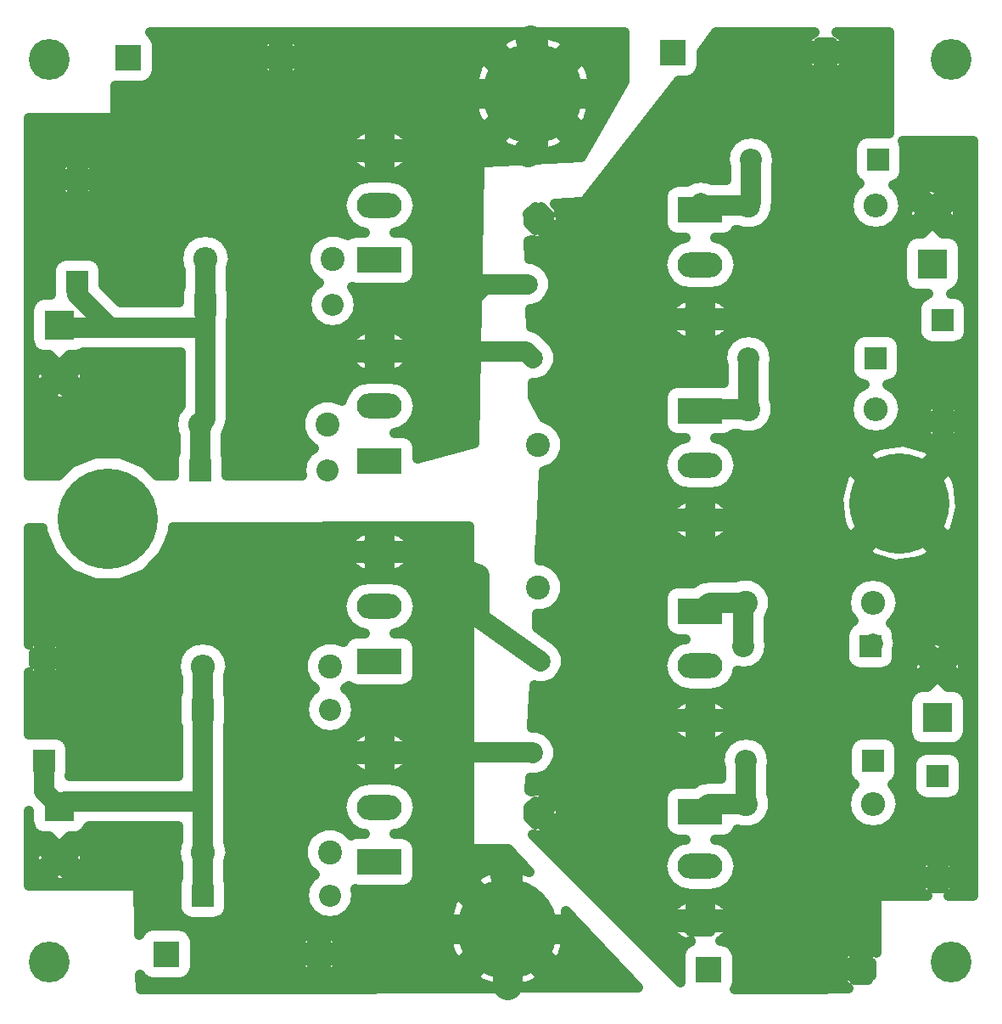
<source format=gbr>
G04 #@! TF.FileFunction,Copper,L1,Top,Signal*
%FSLAX46Y46*%
G04 Gerber Fmt 4.6, Leading zero omitted, Abs format (unit mm)*
G04 Created by KiCad (PCBNEW 4.0.7) date 05/14/18 04:12:04*
%MOMM*%
%LPD*%
G01*
G04 APERTURE LIST*
%ADD10C,0.100000*%
%ADD11C,2.400000*%
%ADD12O,2.400000X2.400000*%
%ADD13R,3.000000X3.000000*%
%ADD14C,3.000000*%
%ADD15R,2.200000X2.200000*%
%ADD16O,2.200000X2.200000*%
%ADD17C,4.064000*%
%ADD18R,4.500000X2.500000*%
%ADD19O,4.500000X2.500000*%
%ADD20C,10.000000*%
%ADD21R,2.600000X2.600000*%
%ADD22O,2.600000X2.600000*%
%ADD23C,2.000000*%
%ADD24C,2.000000*%
%ADD25C,3.000000*%
%ADD26C,1.000000*%
G04 APERTURE END LIST*
D10*
D11*
X119808000Y-64516000D03*
D12*
X132508000Y-64516000D03*
D13*
X138684000Y-115570000D03*
D14*
X138684000Y-110490000D03*
D15*
X65358000Y-114808000D03*
D16*
X78058000Y-114808000D03*
D17*
X50000000Y-50000000D03*
X50000000Y-140000000D03*
D18*
X115000000Y-65000000D03*
D19*
X115000000Y-70450000D03*
X115000000Y-75900000D03*
D18*
X83000000Y-70000000D03*
D19*
X83000000Y-64550000D03*
X83000000Y-59100000D03*
D20*
X134874000Y-94234000D03*
X55880000Y-95758000D03*
D17*
X140000000Y-50000000D03*
X140000000Y-140000000D03*
D13*
X138176000Y-70358000D03*
D14*
X138176000Y-65278000D03*
D13*
X51054000Y-76454000D03*
D14*
X51054000Y-81534000D03*
D18*
X115000000Y-85000000D03*
D19*
X115000000Y-90450000D03*
X115000000Y-95900000D03*
D18*
X83000000Y-90000000D03*
D19*
X83000000Y-84550000D03*
X83000000Y-79100000D03*
D18*
X115000000Y-105000000D03*
D19*
X115000000Y-110450000D03*
X115000000Y-115900000D03*
D18*
X83000000Y-110000000D03*
D19*
X83000000Y-104550000D03*
X83000000Y-99100000D03*
D18*
X115000000Y-125000000D03*
D19*
X115000000Y-130450000D03*
X115000000Y-135900000D03*
D18*
X83000000Y-130000000D03*
D19*
X83000000Y-124550000D03*
X83000000Y-119100000D03*
D20*
X95758000Y-136652000D03*
D15*
X139192000Y-75946000D03*
D16*
X139192000Y-86106000D03*
D15*
X52832000Y-72136000D03*
D16*
X52832000Y-61976000D03*
D15*
X132762000Y-59944000D03*
D16*
X120062000Y-59944000D03*
D15*
X65612000Y-74422000D03*
D16*
X78312000Y-74422000D03*
D15*
X132508000Y-79756000D03*
D16*
X119808000Y-79756000D03*
D15*
X65104000Y-90932000D03*
D16*
X77804000Y-90932000D03*
D15*
X132000000Y-108458000D03*
D16*
X119300000Y-108458000D03*
D15*
X132254000Y-119888000D03*
D16*
X119554000Y-119888000D03*
D15*
X65358000Y-133350000D03*
D16*
X78058000Y-133350000D03*
D11*
X78312000Y-69850000D03*
D12*
X65612000Y-69850000D03*
D11*
X119808000Y-84836000D03*
D12*
X132508000Y-84836000D03*
D11*
X77804000Y-86360000D03*
D12*
X65104000Y-86360000D03*
D11*
X119554000Y-104140000D03*
D12*
X132254000Y-104140000D03*
D11*
X78058000Y-110490000D03*
D12*
X65358000Y-110490000D03*
D11*
X119554000Y-124206000D03*
D12*
X132254000Y-124206000D03*
D11*
X78058000Y-129032000D03*
D12*
X65358000Y-129032000D03*
D21*
X61722000Y-139192000D03*
D22*
X76962000Y-139192000D03*
D21*
X115824000Y-140716000D03*
D22*
X131064000Y-140716000D03*
D11*
X98806000Y-102616000D03*
X98806000Y-125116000D03*
X98806000Y-88392000D03*
X98806000Y-65892000D03*
D13*
X51054000Y-124460000D03*
D14*
X51054000Y-129540000D03*
D20*
X98298000Y-53340000D03*
D15*
X49530000Y-119888000D03*
D16*
X49530000Y-109728000D03*
D15*
X138684000Y-121412000D03*
D16*
X138684000Y-131572000D03*
D21*
X57912000Y-49784000D03*
D22*
X73152000Y-49784000D03*
D21*
X112268000Y-49276000D03*
D22*
X127508000Y-49276000D03*
D23*
X98298000Y-119126000D03*
X99060000Y-109982000D03*
X97790000Y-72390000D03*
X98298000Y-79756000D03*
D24*
X120062000Y-59944000D02*
X120062000Y-64262000D01*
X120062000Y-64262000D02*
X119808000Y-64516000D01*
X119808000Y-64516000D02*
X115484000Y-64516000D01*
X115484000Y-64516000D02*
X115000000Y-65000000D01*
X115062000Y-64262000D02*
X114808000Y-64516000D01*
X52832000Y-72136000D02*
X52832000Y-73406000D01*
X52832000Y-73406000D02*
X56134000Y-76708000D01*
X65612000Y-76708000D02*
X56134000Y-76708000D01*
X56134000Y-76708000D02*
X51308000Y-76708000D01*
X51308000Y-76708000D02*
X51054000Y-76454000D01*
X65104000Y-86360000D02*
X65104000Y-90932000D01*
X65612000Y-74422000D02*
X65612000Y-76708000D01*
X65612000Y-76708000D02*
X65612000Y-85852000D01*
X65612000Y-85852000D02*
X65104000Y-86360000D01*
X65612000Y-69850000D02*
X65612000Y-74422000D01*
X82608000Y-119100000D02*
X98272000Y-119100000D01*
X98272000Y-119100000D02*
X98298000Y-119126000D01*
X82862000Y-99100000D02*
X87104000Y-99100000D01*
X92964000Y-105664000D02*
X99060000Y-109982000D01*
X92964000Y-101346000D02*
X92964000Y-105664000D01*
X87104000Y-99100000D02*
X92964000Y-101346000D01*
D25*
X95758000Y-136652000D02*
X95758000Y-131572000D01*
X95758000Y-131572000D02*
X95504000Y-131318000D01*
X95758000Y-136652000D02*
X90424000Y-136652000D01*
X95758000Y-136652000D02*
X95758000Y-142240000D01*
X95758000Y-136652000D02*
X101600000Y-136652000D01*
D24*
X119808000Y-84836000D02*
X115164000Y-84836000D01*
X115164000Y-84836000D02*
X115000000Y-85000000D01*
X119808000Y-79756000D02*
X119808000Y-84836000D01*
X119554000Y-104140000D02*
X115860000Y-104140000D01*
X115860000Y-104140000D02*
X115000000Y-105000000D01*
X119300000Y-108458000D02*
X119300000Y-104394000D01*
X119300000Y-104394000D02*
X119554000Y-104140000D01*
X119554000Y-124206000D02*
X115794000Y-124206000D01*
X115794000Y-124206000D02*
X115000000Y-125000000D01*
X119554000Y-119888000D02*
X119554000Y-124206000D01*
X132254000Y-108204000D02*
X132000000Y-108458000D01*
D26*
X138684000Y-115316000D02*
X138684000Y-115570000D01*
D24*
X65358000Y-123952000D02*
X51562000Y-123952000D01*
X51562000Y-123952000D02*
X51054000Y-124460000D01*
X49530000Y-119888000D02*
X49530000Y-122936000D01*
X49530000Y-122936000D02*
X51054000Y-124460000D01*
X65358000Y-129032000D02*
X65358000Y-133350000D01*
X65358000Y-114808000D02*
X65358000Y-123952000D01*
X65358000Y-123952000D02*
X65358000Y-129032000D01*
X65358000Y-110490000D02*
X65358000Y-114808000D01*
X83000000Y-79100000D02*
X88000000Y-79100000D01*
X88000000Y-79100000D02*
X88000000Y-77862000D01*
X88000000Y-77862000D02*
X93472000Y-72390000D01*
X93472000Y-72390000D02*
X97790000Y-72390000D01*
X88000000Y-79100000D02*
X97642000Y-79100000D01*
X97642000Y-79100000D02*
X98298000Y-79756000D01*
D25*
X98298000Y-53340000D02*
X91440000Y-53340000D01*
X98298000Y-53340000D02*
X98298000Y-58674000D01*
X98298000Y-58674000D02*
X97790000Y-59182000D01*
X98298000Y-53340000D02*
X104394000Y-53340000D01*
X104394000Y-53340000D02*
X104648000Y-53086000D01*
X98298000Y-53340000D02*
X98298000Y-48260000D01*
X98298000Y-48260000D02*
X98044000Y-48006000D01*
D26*
G36*
X125796652Y-47727356D02*
X125422368Y-48287566D01*
X125557452Y-48626000D01*
X126858000Y-48626000D01*
X126858000Y-48256000D01*
X128158000Y-48256000D01*
X128158000Y-48626000D01*
X129458548Y-48626000D01*
X129593632Y-48287566D01*
X129219348Y-47727356D01*
X128637333Y-47295000D01*
X133866000Y-47295000D01*
X133866000Y-57315424D01*
X133862000Y-57314614D01*
X131662000Y-57314614D01*
X131106133Y-57419207D01*
X130595604Y-57747724D01*
X130253108Y-58248983D01*
X130132614Y-58844000D01*
X130132614Y-61044000D01*
X130237207Y-61599867D01*
X130565724Y-62110396D01*
X130923251Y-62354684D01*
X130545916Y-62606812D01*
X129960629Y-63482755D01*
X129755104Y-64516000D01*
X129960629Y-65549245D01*
X130545916Y-66425188D01*
X131421859Y-67010475D01*
X132455104Y-67216000D01*
X132560896Y-67216000D01*
X133594141Y-67010475D01*
X134470084Y-66425188D01*
X135055371Y-65549245D01*
X135077781Y-65436579D01*
X135623786Y-65436579D01*
X135757377Y-66108182D01*
X136104380Y-66288960D01*
X137115340Y-65278000D01*
X139236660Y-65278000D01*
X140247620Y-66288960D01*
X140594623Y-66108182D01*
X140728214Y-65119421D01*
X140594623Y-64447818D01*
X140247620Y-64267040D01*
X139236660Y-65278000D01*
X137115340Y-65278000D01*
X136104380Y-64267040D01*
X135757377Y-64447818D01*
X135623786Y-65436579D01*
X135077781Y-65436579D01*
X135260896Y-64516000D01*
X135055371Y-63482755D01*
X134870703Y-63206380D01*
X137165040Y-63206380D01*
X138176000Y-64217340D01*
X139186960Y-63206380D01*
X139006182Y-62859377D01*
X138017421Y-62725786D01*
X137345818Y-62859377D01*
X137165040Y-63206380D01*
X134870703Y-63206380D01*
X134470084Y-62606812D01*
X134297438Y-62491453D01*
X134417867Y-62468793D01*
X134928396Y-62140276D01*
X135270892Y-61639017D01*
X135391386Y-61044000D01*
X135391386Y-58844000D01*
X135286793Y-58288133D01*
X135203055Y-58158000D01*
X142248000Y-58158000D01*
X142248000Y-133358000D01*
X139751958Y-133358000D01*
X140131762Y-133104245D01*
X140607922Y-132433575D01*
X140467015Y-132122000D01*
X139234000Y-132122000D01*
X139234000Y-132592000D01*
X138134000Y-132592000D01*
X138134000Y-132122000D01*
X136900985Y-132122000D01*
X136760078Y-132433575D01*
X137236238Y-133104245D01*
X137616042Y-133358000D01*
X133096000Y-133358000D01*
X132901472Y-133397393D01*
X132737596Y-133509365D01*
X132630195Y-133676271D01*
X132596000Y-133858000D01*
X132596000Y-139034125D01*
X132052439Y-138630335D01*
X131714000Y-138753387D01*
X131714000Y-140066000D01*
X132084000Y-140066000D01*
X132084000Y-141366000D01*
X131714000Y-141366000D01*
X131714000Y-141736000D01*
X130414000Y-141736000D01*
X130414000Y-141366000D01*
X129113452Y-141366000D01*
X128978368Y-141704434D01*
X129352652Y-142264644D01*
X129789083Y-142588851D01*
X125679428Y-142697000D01*
X118474142Y-142697000D01*
X118532892Y-142611017D01*
X118653386Y-142016000D01*
X118653386Y-139727566D01*
X128978368Y-139727566D01*
X129113452Y-140066000D01*
X130414000Y-140066000D01*
X130414000Y-138753387D01*
X130075561Y-138630335D01*
X129352652Y-139167356D01*
X128978368Y-139727566D01*
X118653386Y-139727566D01*
X118653386Y-139416000D01*
X118548793Y-138860133D01*
X118220276Y-138349604D01*
X117719017Y-138007108D01*
X117124000Y-137886614D01*
X117013497Y-137886614D01*
X117179802Y-137825261D01*
X117826760Y-137227219D01*
X118045294Y-136856733D01*
X117906151Y-136525000D01*
X116000000Y-136525000D01*
X116000000Y-136920000D01*
X114000000Y-136920000D01*
X114000000Y-136525000D01*
X112093849Y-136525000D01*
X111954706Y-136856733D01*
X112173240Y-137227219D01*
X112820198Y-137825261D01*
X113646771Y-138130200D01*
X113999998Y-137906001D01*
X113999998Y-137985211D01*
X113968133Y-137991207D01*
X113457604Y-138319724D01*
X113115108Y-138820983D01*
X112994614Y-139416000D01*
X112994614Y-142005508D01*
X105932373Y-134943267D01*
X111954706Y-134943267D01*
X112093849Y-135275000D01*
X114000000Y-135275000D01*
X114000000Y-133894000D01*
X116000000Y-133894000D01*
X116000000Y-135275000D01*
X117906151Y-135275000D01*
X118045294Y-134943267D01*
X117826760Y-134572781D01*
X117179802Y-133974739D01*
X116353229Y-133669800D01*
X116000000Y-133894000D01*
X114000000Y-133894000D01*
X113646771Y-133669800D01*
X112820198Y-133974739D01*
X112173240Y-134572781D01*
X111954706Y-134943267D01*
X105932373Y-134943267D01*
X101439106Y-130450000D01*
X111176533Y-130450000D01*
X111385864Y-131502379D01*
X111981989Y-132394544D01*
X112874154Y-132990669D01*
X113926533Y-133200000D01*
X116073467Y-133200000D01*
X117125846Y-132990669D01*
X118018011Y-132394544D01*
X118614136Y-131502379D01*
X118771665Y-130710425D01*
X136760078Y-130710425D01*
X136900985Y-131022000D01*
X138134000Y-131022000D01*
X138134000Y-129799365D01*
X139234000Y-129799365D01*
X139234000Y-131022000D01*
X140467015Y-131022000D01*
X140607922Y-130710425D01*
X140131762Y-130039755D01*
X139545570Y-129648108D01*
X139234000Y-129799365D01*
X138134000Y-129799365D01*
X137822430Y-129648108D01*
X137236238Y-130039755D01*
X136760078Y-130710425D01*
X118771665Y-130710425D01*
X118823467Y-130450000D01*
X118614136Y-129397621D01*
X118018011Y-128505456D01*
X117125846Y-127909331D01*
X116472568Y-127779386D01*
X117250000Y-127779386D01*
X117805867Y-127674793D01*
X118316396Y-127346276D01*
X118658892Y-126845017D01*
X118675177Y-126764597D01*
X119014581Y-126905530D01*
X120088707Y-126906468D01*
X121081429Y-126496283D01*
X121841614Y-125737424D01*
X122253530Y-124745419D01*
X122254001Y-124206000D01*
X129501104Y-124206000D01*
X129706629Y-125239245D01*
X130291916Y-126115188D01*
X131167859Y-126700475D01*
X132201104Y-126906000D01*
X132306896Y-126906000D01*
X133340141Y-126700475D01*
X134216084Y-126115188D01*
X134801371Y-125239245D01*
X135006896Y-124206000D01*
X134801371Y-123172755D01*
X134216084Y-122296812D01*
X134154281Y-122255517D01*
X134420396Y-122084276D01*
X134762892Y-121583017D01*
X134883386Y-120988000D01*
X134883386Y-120312000D01*
X136054614Y-120312000D01*
X136054614Y-122512000D01*
X136159207Y-123067867D01*
X136487724Y-123578396D01*
X136988983Y-123920892D01*
X137584000Y-124041386D01*
X139784000Y-124041386D01*
X140339867Y-123936793D01*
X140850396Y-123608276D01*
X141192892Y-123107017D01*
X141313386Y-122512000D01*
X141313386Y-120312000D01*
X141208793Y-119756133D01*
X140880276Y-119245604D01*
X140379017Y-118903108D01*
X139784000Y-118782614D01*
X137584000Y-118782614D01*
X137028133Y-118887207D01*
X136517604Y-119215724D01*
X136175108Y-119716983D01*
X136054614Y-120312000D01*
X134883386Y-120312000D01*
X134883386Y-118788000D01*
X134778793Y-118232133D01*
X134450276Y-117721604D01*
X133949017Y-117379108D01*
X133354000Y-117258614D01*
X131154000Y-117258614D01*
X130598133Y-117363207D01*
X130087604Y-117691724D01*
X129745108Y-118192983D01*
X129624614Y-118788000D01*
X129624614Y-120988000D01*
X129729207Y-121543867D01*
X130057724Y-122054396D01*
X130352887Y-122256072D01*
X130291916Y-122296812D01*
X129706629Y-123172755D01*
X129501104Y-124206000D01*
X122254001Y-124206000D01*
X122254468Y-123671293D01*
X122054000Y-123186124D01*
X122054000Y-120646812D01*
X122204937Y-119888000D01*
X122007024Y-118893023D01*
X121443415Y-118049522D01*
X120599914Y-117485913D01*
X119604937Y-117288000D01*
X119503063Y-117288000D01*
X118508086Y-117485913D01*
X117664585Y-118049522D01*
X117100976Y-118893023D01*
X116903063Y-119888000D01*
X117054000Y-120646812D01*
X117054000Y-121706000D01*
X115794000Y-121706000D01*
X114837292Y-121896300D01*
X114351922Y-122220614D01*
X112750000Y-122220614D01*
X112194133Y-122325207D01*
X111683604Y-122653724D01*
X111341108Y-123154983D01*
X111220614Y-123750000D01*
X111220614Y-126250000D01*
X111325207Y-126805867D01*
X111653724Y-127316396D01*
X112154983Y-127658892D01*
X112750000Y-127779386D01*
X113527432Y-127779386D01*
X112874154Y-127909331D01*
X111981989Y-128505456D01*
X111385864Y-129397621D01*
X111176533Y-130450000D01*
X101439106Y-130450000D01*
X98251784Y-127262678D01*
X98882886Y-127365944D01*
X99595983Y-127224100D01*
X99730259Y-126888787D01*
X98806000Y-125964528D01*
X98509015Y-126261513D01*
X97843886Y-125596384D01*
X97860668Y-125212804D01*
X97957472Y-125116000D01*
X99654528Y-125116000D01*
X100578787Y-126040259D01*
X100914100Y-125905983D01*
X101055944Y-125039114D01*
X100914100Y-124326017D01*
X100578787Y-124191741D01*
X99654528Y-125116000D01*
X97957472Y-125116000D01*
X97868783Y-125027311D01*
X97887843Y-124591659D01*
X98509015Y-123970487D01*
X98806000Y-124267472D01*
X99730259Y-123343213D01*
X99595983Y-123007900D01*
X98729114Y-122866056D01*
X98096172Y-122991956D01*
X97963629Y-122859413D01*
X98017601Y-121625756D01*
X98793099Y-121626433D01*
X99712286Y-121246633D01*
X100416161Y-120543985D01*
X100607699Y-120082711D01*
X100607700Y-120082709D01*
X100607700Y-120082707D01*
X100797565Y-119625462D01*
X100798433Y-118630901D01*
X100418633Y-117711714D01*
X99715985Y-117007839D01*
X99352081Y-116856733D01*
X111954706Y-116856733D01*
X112173240Y-117227219D01*
X112820198Y-117825261D01*
X113646771Y-118130200D01*
X114000000Y-117906000D01*
X114000000Y-116525000D01*
X116000000Y-116525000D01*
X116000000Y-117906000D01*
X116353229Y-118130200D01*
X117179802Y-117825261D01*
X117826760Y-117227219D01*
X118045294Y-116856733D01*
X117906151Y-116525000D01*
X116000000Y-116525000D01*
X114000000Y-116525000D01*
X112093849Y-116525000D01*
X111954706Y-116856733D01*
X99352081Y-116856733D01*
X99288815Y-116830463D01*
X99228709Y-116790301D01*
X99158429Y-116776321D01*
X98797462Y-116626435D01*
X98403168Y-116626091D01*
X98272000Y-116600000D01*
X98237478Y-116600000D01*
X98309960Y-114943267D01*
X111954706Y-114943267D01*
X112093849Y-115275000D01*
X114000000Y-115275000D01*
X114000000Y-113894000D01*
X116000000Y-113894000D01*
X116000000Y-115275000D01*
X117906151Y-115275000D01*
X118045294Y-114943267D01*
X117826760Y-114572781D01*
X117282855Y-114070000D01*
X135654614Y-114070000D01*
X135654614Y-117070000D01*
X135759207Y-117625867D01*
X136087724Y-118136396D01*
X136588983Y-118478892D01*
X137184000Y-118599386D01*
X140184000Y-118599386D01*
X140739867Y-118494793D01*
X141250396Y-118166276D01*
X141592892Y-117665017D01*
X141713386Y-117070000D01*
X141713386Y-114070000D01*
X141608793Y-113514133D01*
X141280276Y-113003604D01*
X140779017Y-112661108D01*
X140184000Y-112540614D01*
X139673954Y-112540614D01*
X138684000Y-111550660D01*
X137694046Y-112540614D01*
X137184000Y-112540614D01*
X136628133Y-112645207D01*
X136117604Y-112973724D01*
X135775108Y-113474983D01*
X135654614Y-114070000D01*
X117282855Y-114070000D01*
X117179802Y-113974739D01*
X116353229Y-113669800D01*
X116000000Y-113894000D01*
X114000000Y-113894000D01*
X113646771Y-113669800D01*
X112820198Y-113974739D01*
X112173240Y-114572781D01*
X111954706Y-114943267D01*
X98309960Y-114943267D01*
X98420209Y-112423295D01*
X98560538Y-112481565D01*
X99555099Y-112482433D01*
X100474286Y-112102633D01*
X101178161Y-111399985D01*
X101559565Y-110481462D01*
X101559592Y-110450000D01*
X111176533Y-110450000D01*
X111385864Y-111502379D01*
X111981989Y-112394544D01*
X112874154Y-112990669D01*
X113926533Y-113200000D01*
X116073467Y-113200000D01*
X117125846Y-112990669D01*
X118018011Y-112394544D01*
X118614136Y-111502379D01*
X118723330Y-110953425D01*
X119249063Y-111058000D01*
X119350937Y-111058000D01*
X120345914Y-110860087D01*
X121189415Y-110296478D01*
X121753024Y-109452977D01*
X121950937Y-108458000D01*
X121800000Y-107699188D01*
X121800000Y-107358000D01*
X129370614Y-107358000D01*
X129370614Y-109558000D01*
X129475207Y-110113867D01*
X129803724Y-110624396D01*
X130304983Y-110966892D01*
X130900000Y-111087386D01*
X133100000Y-111087386D01*
X133655867Y-110982793D01*
X134166396Y-110654276D01*
X134170288Y-110648579D01*
X136131786Y-110648579D01*
X136265377Y-111320182D01*
X136612380Y-111500960D01*
X137623340Y-110490000D01*
X139744660Y-110490000D01*
X140755620Y-111500960D01*
X141102623Y-111320182D01*
X141236214Y-110331421D01*
X141102623Y-109659818D01*
X140755620Y-109479040D01*
X139744660Y-110490000D01*
X137623340Y-110490000D01*
X136612380Y-109479040D01*
X136265377Y-109659818D01*
X136131786Y-110648579D01*
X134170288Y-110648579D01*
X134508892Y-110153017D01*
X134629386Y-109558000D01*
X134629386Y-108830478D01*
X134711357Y-108418380D01*
X137673040Y-108418380D01*
X138684000Y-109429340D01*
X139694960Y-108418380D01*
X139514182Y-108071377D01*
X138525421Y-107937786D01*
X137853818Y-108071377D01*
X137673040Y-108418380D01*
X134711357Y-108418380D01*
X134754000Y-108204000D01*
X134629386Y-107577523D01*
X134629386Y-107358000D01*
X134524793Y-106802133D01*
X134196276Y-106291604D01*
X134026695Y-106175734D01*
X134216084Y-106049188D01*
X134801371Y-105173245D01*
X135006896Y-104140000D01*
X134801371Y-103106755D01*
X134216084Y-102230812D01*
X133340141Y-101645525D01*
X132306896Y-101440000D01*
X132201104Y-101440000D01*
X131167859Y-101645525D01*
X130291916Y-102230812D01*
X129706629Y-103106755D01*
X129501104Y-104140000D01*
X129706629Y-105173245D01*
X130253422Y-105991578D01*
X129833604Y-106261724D01*
X129491108Y-106762983D01*
X129370614Y-107358000D01*
X121800000Y-107358000D01*
X121800000Y-105712965D01*
X121841614Y-105671424D01*
X122253530Y-104679419D01*
X122254468Y-103605293D01*
X121844283Y-102612571D01*
X121085424Y-101852386D01*
X120093419Y-101440470D01*
X119019293Y-101439532D01*
X118534124Y-101640000D01*
X115860000Y-101640000D01*
X114903291Y-101830301D01*
X114319147Y-102220614D01*
X112750000Y-102220614D01*
X112194133Y-102325207D01*
X111683604Y-102653724D01*
X111341108Y-103154983D01*
X111220614Y-103750000D01*
X111220614Y-106250000D01*
X111325207Y-106805867D01*
X111653724Y-107316396D01*
X112154983Y-107658892D01*
X112750000Y-107779386D01*
X113527432Y-107779386D01*
X112874154Y-107909331D01*
X111981989Y-108505456D01*
X111385864Y-109397621D01*
X111176533Y-110450000D01*
X101559592Y-110450000D01*
X101560433Y-109486901D01*
X101180633Y-108567714D01*
X100477985Y-107863839D01*
X100276912Y-107780346D01*
X98673041Y-106644271D01*
X98731156Y-105315936D01*
X99340707Y-105316468D01*
X100333429Y-104906283D01*
X101093614Y-104147424D01*
X101505530Y-103155419D01*
X101506468Y-102081293D01*
X101096283Y-101088571D01*
X100337424Y-100328386D01*
X99345419Y-99916470D01*
X98967397Y-99916140D01*
X99005999Y-99033808D01*
X131488406Y-99033808D01*
X132130719Y-99711104D01*
X134435536Y-100343992D01*
X136807105Y-100046690D01*
X137617281Y-99711104D01*
X138259594Y-99033808D01*
X134874000Y-95648214D01*
X131488406Y-99033808D01*
X99005999Y-99033808D01*
X99101246Y-96856733D01*
X111954706Y-96856733D01*
X112173240Y-97227219D01*
X112820198Y-97825261D01*
X113646771Y-98130200D01*
X114000000Y-97906000D01*
X114000000Y-96525000D01*
X116000000Y-96525000D01*
X116000000Y-97906000D01*
X116353229Y-98130200D01*
X117179802Y-97825261D01*
X117826760Y-97227219D01*
X118045294Y-96856733D01*
X117906151Y-96525000D01*
X116000000Y-96525000D01*
X114000000Y-96525000D01*
X112093849Y-96525000D01*
X111954706Y-96856733D01*
X99101246Y-96856733D01*
X99184960Y-94943267D01*
X111954706Y-94943267D01*
X112093849Y-95275000D01*
X114000000Y-95275000D01*
X114000000Y-93894000D01*
X116000000Y-93894000D01*
X116000000Y-95275000D01*
X117906151Y-95275000D01*
X118045294Y-94943267D01*
X117826760Y-94572781D01*
X117179802Y-93974739D01*
X116694052Y-93795536D01*
X128764008Y-93795536D01*
X129061310Y-96167105D01*
X129396896Y-96977281D01*
X130074192Y-97619594D01*
X133459786Y-94234000D01*
X136288214Y-94234000D01*
X139673808Y-97619594D01*
X140351104Y-96977281D01*
X140983992Y-94672464D01*
X140686690Y-92300895D01*
X140351104Y-91490719D01*
X139673808Y-90848406D01*
X136288214Y-94234000D01*
X133459786Y-94234000D01*
X130074192Y-90848406D01*
X129396896Y-91490719D01*
X128764008Y-93795536D01*
X116694052Y-93795536D01*
X116353229Y-93669800D01*
X116000000Y-93894000D01*
X114000000Y-93894000D01*
X113646771Y-93669800D01*
X112820198Y-93974739D01*
X112173240Y-94572781D01*
X111954706Y-94943267D01*
X99184960Y-94943267D01*
X99353667Y-91087113D01*
X100333429Y-90682283D01*
X100566117Y-90450000D01*
X111176533Y-90450000D01*
X111385864Y-91502379D01*
X111981989Y-92394544D01*
X112874154Y-92990669D01*
X113926533Y-93200000D01*
X116073467Y-93200000D01*
X117125846Y-92990669D01*
X118018011Y-92394544D01*
X118614136Y-91502379D01*
X118823467Y-90450000D01*
X118621411Y-89434192D01*
X131488406Y-89434192D01*
X134874000Y-92819786D01*
X138259594Y-89434192D01*
X137617281Y-88756896D01*
X135312464Y-88124008D01*
X132940895Y-88421310D01*
X132130719Y-88756896D01*
X131488406Y-89434192D01*
X118621411Y-89434192D01*
X118614136Y-89397621D01*
X118018011Y-88505456D01*
X117125846Y-87909331D01*
X116472568Y-87779386D01*
X117250000Y-87779386D01*
X117805867Y-87674793D01*
X118316396Y-87346276D01*
X118323417Y-87336000D01*
X118788059Y-87336000D01*
X119268581Y-87535530D01*
X120342707Y-87536468D01*
X121335429Y-87126283D01*
X122095614Y-86367424D01*
X122507530Y-85375419D01*
X122508001Y-84836000D01*
X129755104Y-84836000D01*
X129960629Y-85869245D01*
X130545916Y-86745188D01*
X131421859Y-87330475D01*
X132455104Y-87536000D01*
X132560896Y-87536000D01*
X133594141Y-87330475D01*
X134137258Y-86967575D01*
X137268078Y-86967575D01*
X137744238Y-87638245D01*
X138330430Y-88029892D01*
X138642000Y-87878635D01*
X138642000Y-86656000D01*
X139742000Y-86656000D01*
X139742000Y-87878635D01*
X140053570Y-88029892D01*
X140639762Y-87638245D01*
X141115922Y-86967575D01*
X140975015Y-86656000D01*
X139742000Y-86656000D01*
X138642000Y-86656000D01*
X137408985Y-86656000D01*
X137268078Y-86967575D01*
X134137258Y-86967575D01*
X134470084Y-86745188D01*
X135055371Y-85869245D01*
X135179655Y-85244425D01*
X137268078Y-85244425D01*
X137408985Y-85556000D01*
X138642000Y-85556000D01*
X138642000Y-84333365D01*
X139742000Y-84333365D01*
X139742000Y-85556000D01*
X140975015Y-85556000D01*
X141115922Y-85244425D01*
X140639762Y-84573755D01*
X140053570Y-84182108D01*
X139742000Y-84333365D01*
X138642000Y-84333365D01*
X138330430Y-84182108D01*
X137744238Y-84573755D01*
X137268078Y-85244425D01*
X135179655Y-85244425D01*
X135260896Y-84836000D01*
X135055371Y-83802755D01*
X134470084Y-82926812D01*
X133648405Y-82377783D01*
X134163867Y-82280793D01*
X134674396Y-81952276D01*
X135016892Y-81451017D01*
X135137386Y-80856000D01*
X135137386Y-78656000D01*
X135032793Y-78100133D01*
X134704276Y-77589604D01*
X134203017Y-77247108D01*
X133608000Y-77126614D01*
X131408000Y-77126614D01*
X130852133Y-77231207D01*
X130341604Y-77559724D01*
X129999108Y-78060983D01*
X129878614Y-78656000D01*
X129878614Y-80856000D01*
X129983207Y-81411867D01*
X130311724Y-81922396D01*
X130812983Y-82264892D01*
X131368260Y-82377339D01*
X130545916Y-82926812D01*
X129960629Y-83802755D01*
X129755104Y-84836000D01*
X122508001Y-84836000D01*
X122508468Y-84301293D01*
X122308000Y-83816124D01*
X122308000Y-80514812D01*
X122458937Y-79756000D01*
X122261024Y-78761023D01*
X121697415Y-77917522D01*
X120853914Y-77353913D01*
X119858937Y-77156000D01*
X119757063Y-77156000D01*
X118762086Y-77353913D01*
X117918585Y-77917522D01*
X117354976Y-78761023D01*
X117157063Y-79756000D01*
X117308000Y-80514812D01*
X117308000Y-82232359D01*
X117250000Y-82220614D01*
X112750000Y-82220614D01*
X112194133Y-82325207D01*
X111683604Y-82653724D01*
X111341108Y-83154983D01*
X111220614Y-83750000D01*
X111220614Y-86250000D01*
X111325207Y-86805867D01*
X111653724Y-87316396D01*
X112154983Y-87658892D01*
X112750000Y-87779386D01*
X113527432Y-87779386D01*
X112874154Y-87909331D01*
X111981989Y-88505456D01*
X111385864Y-89397621D01*
X111176533Y-90450000D01*
X100566117Y-90450000D01*
X101093614Y-89923424D01*
X101505530Y-88931419D01*
X101506468Y-87857293D01*
X101096283Y-86864571D01*
X100337424Y-86104386D01*
X99419279Y-85723139D01*
X98286690Y-83684478D01*
X98250061Y-82255959D01*
X98793099Y-82256433D01*
X99712286Y-81876633D01*
X100416161Y-81173985D01*
X100797565Y-80255462D01*
X100798433Y-79260901D01*
X100418633Y-78341714D01*
X99715985Y-77637839D01*
X99714938Y-77637404D01*
X99409767Y-77332233D01*
X99295028Y-77255567D01*
X98698132Y-76856733D01*
X111954706Y-76856733D01*
X112173240Y-77227219D01*
X112820198Y-77825261D01*
X113646771Y-78130200D01*
X114000000Y-77906000D01*
X114000000Y-76525000D01*
X116000000Y-76525000D01*
X116000000Y-77906000D01*
X116353229Y-78130200D01*
X117179802Y-77825261D01*
X117826760Y-77227219D01*
X118045294Y-76856733D01*
X117906151Y-76525000D01*
X116000000Y-76525000D01*
X114000000Y-76525000D01*
X112093849Y-76525000D01*
X111954706Y-76856733D01*
X98698132Y-76856733D01*
X98598709Y-76790301D01*
X98107410Y-76692576D01*
X98062557Y-74943267D01*
X111954706Y-74943267D01*
X112093849Y-75275000D01*
X114000000Y-75275000D01*
X114000000Y-73894000D01*
X116000000Y-73894000D01*
X116000000Y-75275000D01*
X117906151Y-75275000D01*
X118045294Y-74943267D01*
X117826760Y-74572781D01*
X117179802Y-73974739D01*
X116353229Y-73669800D01*
X116000000Y-73894000D01*
X114000000Y-73894000D01*
X113646771Y-73669800D01*
X112820198Y-73974739D01*
X112173240Y-74572781D01*
X111954706Y-74943267D01*
X98062557Y-74943267D01*
X98061197Y-74890238D01*
X98285099Y-74890433D01*
X99204286Y-74510633D01*
X99908161Y-73807985D01*
X100289565Y-72889462D01*
X100290433Y-71894901D01*
X99910633Y-70975714D01*
X99385836Y-70450000D01*
X111176533Y-70450000D01*
X111385864Y-71502379D01*
X111981989Y-72394544D01*
X112874154Y-72990669D01*
X113926533Y-73200000D01*
X116073467Y-73200000D01*
X117125846Y-72990669D01*
X118018011Y-72394544D01*
X118614136Y-71502379D01*
X118823467Y-70450000D01*
X118614136Y-69397621D01*
X118253574Y-68858000D01*
X135146614Y-68858000D01*
X135146614Y-71858000D01*
X135251207Y-72413867D01*
X135579724Y-72924396D01*
X136080983Y-73266892D01*
X136676000Y-73387386D01*
X137715877Y-73387386D01*
X137536133Y-73421207D01*
X137025604Y-73749724D01*
X136683108Y-74250983D01*
X136562614Y-74846000D01*
X136562614Y-77046000D01*
X136667207Y-77601867D01*
X136995724Y-78112396D01*
X137496983Y-78454892D01*
X138092000Y-78575386D01*
X140292000Y-78575386D01*
X140847867Y-78470793D01*
X141358396Y-78142276D01*
X141700892Y-77641017D01*
X141821386Y-77046000D01*
X141821386Y-74846000D01*
X141716793Y-74290133D01*
X141388276Y-73779604D01*
X140887017Y-73437108D01*
X140292000Y-73316614D01*
X140052123Y-73316614D01*
X140231867Y-73282793D01*
X140742396Y-72954276D01*
X141084892Y-72453017D01*
X141205386Y-71858000D01*
X141205386Y-68858000D01*
X141100793Y-68302133D01*
X140772276Y-67791604D01*
X140271017Y-67449108D01*
X139676000Y-67328614D01*
X139165954Y-67328614D01*
X138176000Y-66338660D01*
X137186046Y-67328614D01*
X136676000Y-67328614D01*
X136120133Y-67433207D01*
X135609604Y-67761724D01*
X135267108Y-68262983D01*
X135146614Y-68858000D01*
X118253574Y-68858000D01*
X118018011Y-68505456D01*
X117125846Y-67909331D01*
X116472568Y-67779386D01*
X117250000Y-67779386D01*
X117805867Y-67674793D01*
X118316396Y-67346276D01*
X118542064Y-67016000D01*
X118788059Y-67016000D01*
X119268581Y-67215530D01*
X120342707Y-67216468D01*
X121335429Y-66806283D01*
X122095614Y-66047424D01*
X122507530Y-65055419D01*
X122507986Y-64533548D01*
X122562000Y-64262000D01*
X122562000Y-60702812D01*
X122712937Y-59944000D01*
X122515024Y-58949023D01*
X121951415Y-58105522D01*
X121107914Y-57541913D01*
X120112937Y-57344000D01*
X120011063Y-57344000D01*
X119016086Y-57541913D01*
X118172585Y-58105522D01*
X117608976Y-58949023D01*
X117411063Y-59944000D01*
X117562000Y-60702812D01*
X117562000Y-62016000D01*
X116114040Y-62016000D01*
X116018708Y-61952301D01*
X115062000Y-61762000D01*
X114105291Y-61952301D01*
X113703732Y-62220614D01*
X112750000Y-62220614D01*
X112194133Y-62325207D01*
X111683604Y-62653724D01*
X111341108Y-63154983D01*
X111220614Y-63750000D01*
X111220614Y-66250000D01*
X111325207Y-66805867D01*
X111653724Y-67316396D01*
X112154983Y-67658892D01*
X112750000Y-67779386D01*
X113527432Y-67779386D01*
X112874154Y-67909331D01*
X111981989Y-68505456D01*
X111385864Y-69397621D01*
X111176533Y-70450000D01*
X99385836Y-70450000D01*
X99207985Y-70271839D01*
X98289462Y-69890435D01*
X97932988Y-69890124D01*
X97888219Y-68144125D01*
X97928155Y-68184061D01*
X98098603Y-68013613D01*
X98882886Y-68141944D01*
X99595983Y-68000100D01*
X99730259Y-67664787D01*
X98806000Y-66740528D01*
X98509015Y-67037513D01*
X97842761Y-66371259D01*
X97833647Y-66015825D01*
X97957472Y-65892000D01*
X97827130Y-65761658D01*
X97818798Y-65436704D01*
X98509015Y-64746487D01*
X98806000Y-65043472D01*
X99102985Y-64746487D01*
X99951513Y-65595015D01*
X99654528Y-65892000D01*
X100578787Y-66816259D01*
X100914100Y-66681983D01*
X101055944Y-65815114D01*
X100930044Y-65182172D01*
X101098061Y-65014155D01*
X100454446Y-64370540D01*
X103145719Y-64253528D01*
X103338352Y-64205723D01*
X103518364Y-64061372D01*
X112837000Y-52105386D01*
X113568000Y-52105386D01*
X114123867Y-52000793D01*
X114634396Y-51672276D01*
X114976892Y-51171017D01*
X115097386Y-50576000D01*
X115097386Y-50264434D01*
X125422368Y-50264434D01*
X125796652Y-50824644D01*
X126519561Y-51361665D01*
X126858000Y-51238613D01*
X126858000Y-49926000D01*
X128158000Y-49926000D01*
X128158000Y-51238613D01*
X128496439Y-51361665D01*
X129219348Y-50824644D01*
X129593632Y-50264434D01*
X129458548Y-49926000D01*
X128158000Y-49926000D01*
X126858000Y-49926000D01*
X125557452Y-49926000D01*
X125422368Y-50264434D01*
X115097386Y-50264434D01*
X115097386Y-49205269D01*
X116586272Y-47295000D01*
X126378667Y-47295000D01*
X125796652Y-47727356D01*
X125796652Y-47727356D01*
G37*
X125796652Y-47727356D02*
X125422368Y-48287566D01*
X125557452Y-48626000D01*
X126858000Y-48626000D01*
X126858000Y-48256000D01*
X128158000Y-48256000D01*
X128158000Y-48626000D01*
X129458548Y-48626000D01*
X129593632Y-48287566D01*
X129219348Y-47727356D01*
X128637333Y-47295000D01*
X133866000Y-47295000D01*
X133866000Y-57315424D01*
X133862000Y-57314614D01*
X131662000Y-57314614D01*
X131106133Y-57419207D01*
X130595604Y-57747724D01*
X130253108Y-58248983D01*
X130132614Y-58844000D01*
X130132614Y-61044000D01*
X130237207Y-61599867D01*
X130565724Y-62110396D01*
X130923251Y-62354684D01*
X130545916Y-62606812D01*
X129960629Y-63482755D01*
X129755104Y-64516000D01*
X129960629Y-65549245D01*
X130545916Y-66425188D01*
X131421859Y-67010475D01*
X132455104Y-67216000D01*
X132560896Y-67216000D01*
X133594141Y-67010475D01*
X134470084Y-66425188D01*
X135055371Y-65549245D01*
X135077781Y-65436579D01*
X135623786Y-65436579D01*
X135757377Y-66108182D01*
X136104380Y-66288960D01*
X137115340Y-65278000D01*
X139236660Y-65278000D01*
X140247620Y-66288960D01*
X140594623Y-66108182D01*
X140728214Y-65119421D01*
X140594623Y-64447818D01*
X140247620Y-64267040D01*
X139236660Y-65278000D01*
X137115340Y-65278000D01*
X136104380Y-64267040D01*
X135757377Y-64447818D01*
X135623786Y-65436579D01*
X135077781Y-65436579D01*
X135260896Y-64516000D01*
X135055371Y-63482755D01*
X134870703Y-63206380D01*
X137165040Y-63206380D01*
X138176000Y-64217340D01*
X139186960Y-63206380D01*
X139006182Y-62859377D01*
X138017421Y-62725786D01*
X137345818Y-62859377D01*
X137165040Y-63206380D01*
X134870703Y-63206380D01*
X134470084Y-62606812D01*
X134297438Y-62491453D01*
X134417867Y-62468793D01*
X134928396Y-62140276D01*
X135270892Y-61639017D01*
X135391386Y-61044000D01*
X135391386Y-58844000D01*
X135286793Y-58288133D01*
X135203055Y-58158000D01*
X142248000Y-58158000D01*
X142248000Y-133358000D01*
X139751958Y-133358000D01*
X140131762Y-133104245D01*
X140607922Y-132433575D01*
X140467015Y-132122000D01*
X139234000Y-132122000D01*
X139234000Y-132592000D01*
X138134000Y-132592000D01*
X138134000Y-132122000D01*
X136900985Y-132122000D01*
X136760078Y-132433575D01*
X137236238Y-133104245D01*
X137616042Y-133358000D01*
X133096000Y-133358000D01*
X132901472Y-133397393D01*
X132737596Y-133509365D01*
X132630195Y-133676271D01*
X132596000Y-133858000D01*
X132596000Y-139034125D01*
X132052439Y-138630335D01*
X131714000Y-138753387D01*
X131714000Y-140066000D01*
X132084000Y-140066000D01*
X132084000Y-141366000D01*
X131714000Y-141366000D01*
X131714000Y-141736000D01*
X130414000Y-141736000D01*
X130414000Y-141366000D01*
X129113452Y-141366000D01*
X128978368Y-141704434D01*
X129352652Y-142264644D01*
X129789083Y-142588851D01*
X125679428Y-142697000D01*
X118474142Y-142697000D01*
X118532892Y-142611017D01*
X118653386Y-142016000D01*
X118653386Y-139727566D01*
X128978368Y-139727566D01*
X129113452Y-140066000D01*
X130414000Y-140066000D01*
X130414000Y-138753387D01*
X130075561Y-138630335D01*
X129352652Y-139167356D01*
X128978368Y-139727566D01*
X118653386Y-139727566D01*
X118653386Y-139416000D01*
X118548793Y-138860133D01*
X118220276Y-138349604D01*
X117719017Y-138007108D01*
X117124000Y-137886614D01*
X117013497Y-137886614D01*
X117179802Y-137825261D01*
X117826760Y-137227219D01*
X118045294Y-136856733D01*
X117906151Y-136525000D01*
X116000000Y-136525000D01*
X116000000Y-136920000D01*
X114000000Y-136920000D01*
X114000000Y-136525000D01*
X112093849Y-136525000D01*
X111954706Y-136856733D01*
X112173240Y-137227219D01*
X112820198Y-137825261D01*
X113646771Y-138130200D01*
X113999998Y-137906001D01*
X113999998Y-137985211D01*
X113968133Y-137991207D01*
X113457604Y-138319724D01*
X113115108Y-138820983D01*
X112994614Y-139416000D01*
X112994614Y-142005508D01*
X105932373Y-134943267D01*
X111954706Y-134943267D01*
X112093849Y-135275000D01*
X114000000Y-135275000D01*
X114000000Y-133894000D01*
X116000000Y-133894000D01*
X116000000Y-135275000D01*
X117906151Y-135275000D01*
X118045294Y-134943267D01*
X117826760Y-134572781D01*
X117179802Y-133974739D01*
X116353229Y-133669800D01*
X116000000Y-133894000D01*
X114000000Y-133894000D01*
X113646771Y-133669800D01*
X112820198Y-133974739D01*
X112173240Y-134572781D01*
X111954706Y-134943267D01*
X105932373Y-134943267D01*
X101439106Y-130450000D01*
X111176533Y-130450000D01*
X111385864Y-131502379D01*
X111981989Y-132394544D01*
X112874154Y-132990669D01*
X113926533Y-133200000D01*
X116073467Y-133200000D01*
X117125846Y-132990669D01*
X118018011Y-132394544D01*
X118614136Y-131502379D01*
X118771665Y-130710425D01*
X136760078Y-130710425D01*
X136900985Y-131022000D01*
X138134000Y-131022000D01*
X138134000Y-129799365D01*
X139234000Y-129799365D01*
X139234000Y-131022000D01*
X140467015Y-131022000D01*
X140607922Y-130710425D01*
X140131762Y-130039755D01*
X139545570Y-129648108D01*
X139234000Y-129799365D01*
X138134000Y-129799365D01*
X137822430Y-129648108D01*
X137236238Y-130039755D01*
X136760078Y-130710425D01*
X118771665Y-130710425D01*
X118823467Y-130450000D01*
X118614136Y-129397621D01*
X118018011Y-128505456D01*
X117125846Y-127909331D01*
X116472568Y-127779386D01*
X117250000Y-127779386D01*
X117805867Y-127674793D01*
X118316396Y-127346276D01*
X118658892Y-126845017D01*
X118675177Y-126764597D01*
X119014581Y-126905530D01*
X120088707Y-126906468D01*
X121081429Y-126496283D01*
X121841614Y-125737424D01*
X122253530Y-124745419D01*
X122254001Y-124206000D01*
X129501104Y-124206000D01*
X129706629Y-125239245D01*
X130291916Y-126115188D01*
X131167859Y-126700475D01*
X132201104Y-126906000D01*
X132306896Y-126906000D01*
X133340141Y-126700475D01*
X134216084Y-126115188D01*
X134801371Y-125239245D01*
X135006896Y-124206000D01*
X134801371Y-123172755D01*
X134216084Y-122296812D01*
X134154281Y-122255517D01*
X134420396Y-122084276D01*
X134762892Y-121583017D01*
X134883386Y-120988000D01*
X134883386Y-120312000D01*
X136054614Y-120312000D01*
X136054614Y-122512000D01*
X136159207Y-123067867D01*
X136487724Y-123578396D01*
X136988983Y-123920892D01*
X137584000Y-124041386D01*
X139784000Y-124041386D01*
X140339867Y-123936793D01*
X140850396Y-123608276D01*
X141192892Y-123107017D01*
X141313386Y-122512000D01*
X141313386Y-120312000D01*
X141208793Y-119756133D01*
X140880276Y-119245604D01*
X140379017Y-118903108D01*
X139784000Y-118782614D01*
X137584000Y-118782614D01*
X137028133Y-118887207D01*
X136517604Y-119215724D01*
X136175108Y-119716983D01*
X136054614Y-120312000D01*
X134883386Y-120312000D01*
X134883386Y-118788000D01*
X134778793Y-118232133D01*
X134450276Y-117721604D01*
X133949017Y-117379108D01*
X133354000Y-117258614D01*
X131154000Y-117258614D01*
X130598133Y-117363207D01*
X130087604Y-117691724D01*
X129745108Y-118192983D01*
X129624614Y-118788000D01*
X129624614Y-120988000D01*
X129729207Y-121543867D01*
X130057724Y-122054396D01*
X130352887Y-122256072D01*
X130291916Y-122296812D01*
X129706629Y-123172755D01*
X129501104Y-124206000D01*
X122254001Y-124206000D01*
X122254468Y-123671293D01*
X122054000Y-123186124D01*
X122054000Y-120646812D01*
X122204937Y-119888000D01*
X122007024Y-118893023D01*
X121443415Y-118049522D01*
X120599914Y-117485913D01*
X119604937Y-117288000D01*
X119503063Y-117288000D01*
X118508086Y-117485913D01*
X117664585Y-118049522D01*
X117100976Y-118893023D01*
X116903063Y-119888000D01*
X117054000Y-120646812D01*
X117054000Y-121706000D01*
X115794000Y-121706000D01*
X114837292Y-121896300D01*
X114351922Y-122220614D01*
X112750000Y-122220614D01*
X112194133Y-122325207D01*
X111683604Y-122653724D01*
X111341108Y-123154983D01*
X111220614Y-123750000D01*
X111220614Y-126250000D01*
X111325207Y-126805867D01*
X111653724Y-127316396D01*
X112154983Y-127658892D01*
X112750000Y-127779386D01*
X113527432Y-127779386D01*
X112874154Y-127909331D01*
X111981989Y-128505456D01*
X111385864Y-129397621D01*
X111176533Y-130450000D01*
X101439106Y-130450000D01*
X98251784Y-127262678D01*
X98882886Y-127365944D01*
X99595983Y-127224100D01*
X99730259Y-126888787D01*
X98806000Y-125964528D01*
X98509015Y-126261513D01*
X97843886Y-125596384D01*
X97860668Y-125212804D01*
X97957472Y-125116000D01*
X99654528Y-125116000D01*
X100578787Y-126040259D01*
X100914100Y-125905983D01*
X101055944Y-125039114D01*
X100914100Y-124326017D01*
X100578787Y-124191741D01*
X99654528Y-125116000D01*
X97957472Y-125116000D01*
X97868783Y-125027311D01*
X97887843Y-124591659D01*
X98509015Y-123970487D01*
X98806000Y-124267472D01*
X99730259Y-123343213D01*
X99595983Y-123007900D01*
X98729114Y-122866056D01*
X98096172Y-122991956D01*
X97963629Y-122859413D01*
X98017601Y-121625756D01*
X98793099Y-121626433D01*
X99712286Y-121246633D01*
X100416161Y-120543985D01*
X100607699Y-120082711D01*
X100607700Y-120082709D01*
X100607700Y-120082707D01*
X100797565Y-119625462D01*
X100798433Y-118630901D01*
X100418633Y-117711714D01*
X99715985Y-117007839D01*
X99352081Y-116856733D01*
X111954706Y-116856733D01*
X112173240Y-117227219D01*
X112820198Y-117825261D01*
X113646771Y-118130200D01*
X114000000Y-117906000D01*
X114000000Y-116525000D01*
X116000000Y-116525000D01*
X116000000Y-117906000D01*
X116353229Y-118130200D01*
X117179802Y-117825261D01*
X117826760Y-117227219D01*
X118045294Y-116856733D01*
X117906151Y-116525000D01*
X116000000Y-116525000D01*
X114000000Y-116525000D01*
X112093849Y-116525000D01*
X111954706Y-116856733D01*
X99352081Y-116856733D01*
X99288815Y-116830463D01*
X99228709Y-116790301D01*
X99158429Y-116776321D01*
X98797462Y-116626435D01*
X98403168Y-116626091D01*
X98272000Y-116600000D01*
X98237478Y-116600000D01*
X98309960Y-114943267D01*
X111954706Y-114943267D01*
X112093849Y-115275000D01*
X114000000Y-115275000D01*
X114000000Y-113894000D01*
X116000000Y-113894000D01*
X116000000Y-115275000D01*
X117906151Y-115275000D01*
X118045294Y-114943267D01*
X117826760Y-114572781D01*
X117282855Y-114070000D01*
X135654614Y-114070000D01*
X135654614Y-117070000D01*
X135759207Y-117625867D01*
X136087724Y-118136396D01*
X136588983Y-118478892D01*
X137184000Y-118599386D01*
X140184000Y-118599386D01*
X140739867Y-118494793D01*
X141250396Y-118166276D01*
X141592892Y-117665017D01*
X141713386Y-117070000D01*
X141713386Y-114070000D01*
X141608793Y-113514133D01*
X141280276Y-113003604D01*
X140779017Y-112661108D01*
X140184000Y-112540614D01*
X139673954Y-112540614D01*
X138684000Y-111550660D01*
X137694046Y-112540614D01*
X137184000Y-112540614D01*
X136628133Y-112645207D01*
X136117604Y-112973724D01*
X135775108Y-113474983D01*
X135654614Y-114070000D01*
X117282855Y-114070000D01*
X117179802Y-113974739D01*
X116353229Y-113669800D01*
X116000000Y-113894000D01*
X114000000Y-113894000D01*
X113646771Y-113669800D01*
X112820198Y-113974739D01*
X112173240Y-114572781D01*
X111954706Y-114943267D01*
X98309960Y-114943267D01*
X98420209Y-112423295D01*
X98560538Y-112481565D01*
X99555099Y-112482433D01*
X100474286Y-112102633D01*
X101178161Y-111399985D01*
X101559565Y-110481462D01*
X101559592Y-110450000D01*
X111176533Y-110450000D01*
X111385864Y-111502379D01*
X111981989Y-112394544D01*
X112874154Y-112990669D01*
X113926533Y-113200000D01*
X116073467Y-113200000D01*
X117125846Y-112990669D01*
X118018011Y-112394544D01*
X118614136Y-111502379D01*
X118723330Y-110953425D01*
X119249063Y-111058000D01*
X119350937Y-111058000D01*
X120345914Y-110860087D01*
X121189415Y-110296478D01*
X121753024Y-109452977D01*
X121950937Y-108458000D01*
X121800000Y-107699188D01*
X121800000Y-107358000D01*
X129370614Y-107358000D01*
X129370614Y-109558000D01*
X129475207Y-110113867D01*
X129803724Y-110624396D01*
X130304983Y-110966892D01*
X130900000Y-111087386D01*
X133100000Y-111087386D01*
X133655867Y-110982793D01*
X134166396Y-110654276D01*
X134170288Y-110648579D01*
X136131786Y-110648579D01*
X136265377Y-111320182D01*
X136612380Y-111500960D01*
X137623340Y-110490000D01*
X139744660Y-110490000D01*
X140755620Y-111500960D01*
X141102623Y-111320182D01*
X141236214Y-110331421D01*
X141102623Y-109659818D01*
X140755620Y-109479040D01*
X139744660Y-110490000D01*
X137623340Y-110490000D01*
X136612380Y-109479040D01*
X136265377Y-109659818D01*
X136131786Y-110648579D01*
X134170288Y-110648579D01*
X134508892Y-110153017D01*
X134629386Y-109558000D01*
X134629386Y-108830478D01*
X134711357Y-108418380D01*
X137673040Y-108418380D01*
X138684000Y-109429340D01*
X139694960Y-108418380D01*
X139514182Y-108071377D01*
X138525421Y-107937786D01*
X137853818Y-108071377D01*
X137673040Y-108418380D01*
X134711357Y-108418380D01*
X134754000Y-108204000D01*
X134629386Y-107577523D01*
X134629386Y-107358000D01*
X134524793Y-106802133D01*
X134196276Y-106291604D01*
X134026695Y-106175734D01*
X134216084Y-106049188D01*
X134801371Y-105173245D01*
X135006896Y-104140000D01*
X134801371Y-103106755D01*
X134216084Y-102230812D01*
X133340141Y-101645525D01*
X132306896Y-101440000D01*
X132201104Y-101440000D01*
X131167859Y-101645525D01*
X130291916Y-102230812D01*
X129706629Y-103106755D01*
X129501104Y-104140000D01*
X129706629Y-105173245D01*
X130253422Y-105991578D01*
X129833604Y-106261724D01*
X129491108Y-106762983D01*
X129370614Y-107358000D01*
X121800000Y-107358000D01*
X121800000Y-105712965D01*
X121841614Y-105671424D01*
X122253530Y-104679419D01*
X122254468Y-103605293D01*
X121844283Y-102612571D01*
X121085424Y-101852386D01*
X120093419Y-101440470D01*
X119019293Y-101439532D01*
X118534124Y-101640000D01*
X115860000Y-101640000D01*
X114903291Y-101830301D01*
X114319147Y-102220614D01*
X112750000Y-102220614D01*
X112194133Y-102325207D01*
X111683604Y-102653724D01*
X111341108Y-103154983D01*
X111220614Y-103750000D01*
X111220614Y-106250000D01*
X111325207Y-106805867D01*
X111653724Y-107316396D01*
X112154983Y-107658892D01*
X112750000Y-107779386D01*
X113527432Y-107779386D01*
X112874154Y-107909331D01*
X111981989Y-108505456D01*
X111385864Y-109397621D01*
X111176533Y-110450000D01*
X101559592Y-110450000D01*
X101560433Y-109486901D01*
X101180633Y-108567714D01*
X100477985Y-107863839D01*
X100276912Y-107780346D01*
X98673041Y-106644271D01*
X98731156Y-105315936D01*
X99340707Y-105316468D01*
X100333429Y-104906283D01*
X101093614Y-104147424D01*
X101505530Y-103155419D01*
X101506468Y-102081293D01*
X101096283Y-101088571D01*
X100337424Y-100328386D01*
X99345419Y-99916470D01*
X98967397Y-99916140D01*
X99005999Y-99033808D01*
X131488406Y-99033808D01*
X132130719Y-99711104D01*
X134435536Y-100343992D01*
X136807105Y-100046690D01*
X137617281Y-99711104D01*
X138259594Y-99033808D01*
X134874000Y-95648214D01*
X131488406Y-99033808D01*
X99005999Y-99033808D01*
X99101246Y-96856733D01*
X111954706Y-96856733D01*
X112173240Y-97227219D01*
X112820198Y-97825261D01*
X113646771Y-98130200D01*
X114000000Y-97906000D01*
X114000000Y-96525000D01*
X116000000Y-96525000D01*
X116000000Y-97906000D01*
X116353229Y-98130200D01*
X117179802Y-97825261D01*
X117826760Y-97227219D01*
X118045294Y-96856733D01*
X117906151Y-96525000D01*
X116000000Y-96525000D01*
X114000000Y-96525000D01*
X112093849Y-96525000D01*
X111954706Y-96856733D01*
X99101246Y-96856733D01*
X99184960Y-94943267D01*
X111954706Y-94943267D01*
X112093849Y-95275000D01*
X114000000Y-95275000D01*
X114000000Y-93894000D01*
X116000000Y-93894000D01*
X116000000Y-95275000D01*
X117906151Y-95275000D01*
X118045294Y-94943267D01*
X117826760Y-94572781D01*
X117179802Y-93974739D01*
X116694052Y-93795536D01*
X128764008Y-93795536D01*
X129061310Y-96167105D01*
X129396896Y-96977281D01*
X130074192Y-97619594D01*
X133459786Y-94234000D01*
X136288214Y-94234000D01*
X139673808Y-97619594D01*
X140351104Y-96977281D01*
X140983992Y-94672464D01*
X140686690Y-92300895D01*
X140351104Y-91490719D01*
X139673808Y-90848406D01*
X136288214Y-94234000D01*
X133459786Y-94234000D01*
X130074192Y-90848406D01*
X129396896Y-91490719D01*
X128764008Y-93795536D01*
X116694052Y-93795536D01*
X116353229Y-93669800D01*
X116000000Y-93894000D01*
X114000000Y-93894000D01*
X113646771Y-93669800D01*
X112820198Y-93974739D01*
X112173240Y-94572781D01*
X111954706Y-94943267D01*
X99184960Y-94943267D01*
X99353667Y-91087113D01*
X100333429Y-90682283D01*
X100566117Y-90450000D01*
X111176533Y-90450000D01*
X111385864Y-91502379D01*
X111981989Y-92394544D01*
X112874154Y-92990669D01*
X113926533Y-93200000D01*
X116073467Y-93200000D01*
X117125846Y-92990669D01*
X118018011Y-92394544D01*
X118614136Y-91502379D01*
X118823467Y-90450000D01*
X118621411Y-89434192D01*
X131488406Y-89434192D01*
X134874000Y-92819786D01*
X138259594Y-89434192D01*
X137617281Y-88756896D01*
X135312464Y-88124008D01*
X132940895Y-88421310D01*
X132130719Y-88756896D01*
X131488406Y-89434192D01*
X118621411Y-89434192D01*
X118614136Y-89397621D01*
X118018011Y-88505456D01*
X117125846Y-87909331D01*
X116472568Y-87779386D01*
X117250000Y-87779386D01*
X117805867Y-87674793D01*
X118316396Y-87346276D01*
X118323417Y-87336000D01*
X118788059Y-87336000D01*
X119268581Y-87535530D01*
X120342707Y-87536468D01*
X121335429Y-87126283D01*
X122095614Y-86367424D01*
X122507530Y-85375419D01*
X122508001Y-84836000D01*
X129755104Y-84836000D01*
X129960629Y-85869245D01*
X130545916Y-86745188D01*
X131421859Y-87330475D01*
X132455104Y-87536000D01*
X132560896Y-87536000D01*
X133594141Y-87330475D01*
X134137258Y-86967575D01*
X137268078Y-86967575D01*
X137744238Y-87638245D01*
X138330430Y-88029892D01*
X138642000Y-87878635D01*
X138642000Y-86656000D01*
X139742000Y-86656000D01*
X139742000Y-87878635D01*
X140053570Y-88029892D01*
X140639762Y-87638245D01*
X141115922Y-86967575D01*
X140975015Y-86656000D01*
X139742000Y-86656000D01*
X138642000Y-86656000D01*
X137408985Y-86656000D01*
X137268078Y-86967575D01*
X134137258Y-86967575D01*
X134470084Y-86745188D01*
X135055371Y-85869245D01*
X135179655Y-85244425D01*
X137268078Y-85244425D01*
X137408985Y-85556000D01*
X138642000Y-85556000D01*
X138642000Y-84333365D01*
X139742000Y-84333365D01*
X139742000Y-85556000D01*
X140975015Y-85556000D01*
X141115922Y-85244425D01*
X140639762Y-84573755D01*
X140053570Y-84182108D01*
X139742000Y-84333365D01*
X138642000Y-84333365D01*
X138330430Y-84182108D01*
X137744238Y-84573755D01*
X137268078Y-85244425D01*
X135179655Y-85244425D01*
X135260896Y-84836000D01*
X135055371Y-83802755D01*
X134470084Y-82926812D01*
X133648405Y-82377783D01*
X134163867Y-82280793D01*
X134674396Y-81952276D01*
X135016892Y-81451017D01*
X135137386Y-80856000D01*
X135137386Y-78656000D01*
X135032793Y-78100133D01*
X134704276Y-77589604D01*
X134203017Y-77247108D01*
X133608000Y-77126614D01*
X131408000Y-77126614D01*
X130852133Y-77231207D01*
X130341604Y-77559724D01*
X129999108Y-78060983D01*
X129878614Y-78656000D01*
X129878614Y-80856000D01*
X129983207Y-81411867D01*
X130311724Y-81922396D01*
X130812983Y-82264892D01*
X131368260Y-82377339D01*
X130545916Y-82926812D01*
X129960629Y-83802755D01*
X129755104Y-84836000D01*
X122508001Y-84836000D01*
X122508468Y-84301293D01*
X122308000Y-83816124D01*
X122308000Y-80514812D01*
X122458937Y-79756000D01*
X122261024Y-78761023D01*
X121697415Y-77917522D01*
X120853914Y-77353913D01*
X119858937Y-77156000D01*
X119757063Y-77156000D01*
X118762086Y-77353913D01*
X117918585Y-77917522D01*
X117354976Y-78761023D01*
X117157063Y-79756000D01*
X117308000Y-80514812D01*
X117308000Y-82232359D01*
X117250000Y-82220614D01*
X112750000Y-82220614D01*
X112194133Y-82325207D01*
X111683604Y-82653724D01*
X111341108Y-83154983D01*
X111220614Y-83750000D01*
X111220614Y-86250000D01*
X111325207Y-86805867D01*
X111653724Y-87316396D01*
X112154983Y-87658892D01*
X112750000Y-87779386D01*
X113527432Y-87779386D01*
X112874154Y-87909331D01*
X111981989Y-88505456D01*
X111385864Y-89397621D01*
X111176533Y-90450000D01*
X100566117Y-90450000D01*
X101093614Y-89923424D01*
X101505530Y-88931419D01*
X101506468Y-87857293D01*
X101096283Y-86864571D01*
X100337424Y-86104386D01*
X99419279Y-85723139D01*
X98286690Y-83684478D01*
X98250061Y-82255959D01*
X98793099Y-82256433D01*
X99712286Y-81876633D01*
X100416161Y-81173985D01*
X100797565Y-80255462D01*
X100798433Y-79260901D01*
X100418633Y-78341714D01*
X99715985Y-77637839D01*
X99714938Y-77637404D01*
X99409767Y-77332233D01*
X99295028Y-77255567D01*
X98698132Y-76856733D01*
X111954706Y-76856733D01*
X112173240Y-77227219D01*
X112820198Y-77825261D01*
X113646771Y-78130200D01*
X114000000Y-77906000D01*
X114000000Y-76525000D01*
X116000000Y-76525000D01*
X116000000Y-77906000D01*
X116353229Y-78130200D01*
X117179802Y-77825261D01*
X117826760Y-77227219D01*
X118045294Y-76856733D01*
X117906151Y-76525000D01*
X116000000Y-76525000D01*
X114000000Y-76525000D01*
X112093849Y-76525000D01*
X111954706Y-76856733D01*
X98698132Y-76856733D01*
X98598709Y-76790301D01*
X98107410Y-76692576D01*
X98062557Y-74943267D01*
X111954706Y-74943267D01*
X112093849Y-75275000D01*
X114000000Y-75275000D01*
X114000000Y-73894000D01*
X116000000Y-73894000D01*
X116000000Y-75275000D01*
X117906151Y-75275000D01*
X118045294Y-74943267D01*
X117826760Y-74572781D01*
X117179802Y-73974739D01*
X116353229Y-73669800D01*
X116000000Y-73894000D01*
X114000000Y-73894000D01*
X113646771Y-73669800D01*
X112820198Y-73974739D01*
X112173240Y-74572781D01*
X111954706Y-74943267D01*
X98062557Y-74943267D01*
X98061197Y-74890238D01*
X98285099Y-74890433D01*
X99204286Y-74510633D01*
X99908161Y-73807985D01*
X100289565Y-72889462D01*
X100290433Y-71894901D01*
X99910633Y-70975714D01*
X99385836Y-70450000D01*
X111176533Y-70450000D01*
X111385864Y-71502379D01*
X111981989Y-72394544D01*
X112874154Y-72990669D01*
X113926533Y-73200000D01*
X116073467Y-73200000D01*
X117125846Y-72990669D01*
X118018011Y-72394544D01*
X118614136Y-71502379D01*
X118823467Y-70450000D01*
X118614136Y-69397621D01*
X118253574Y-68858000D01*
X135146614Y-68858000D01*
X135146614Y-71858000D01*
X135251207Y-72413867D01*
X135579724Y-72924396D01*
X136080983Y-73266892D01*
X136676000Y-73387386D01*
X137715877Y-73387386D01*
X137536133Y-73421207D01*
X137025604Y-73749724D01*
X136683108Y-74250983D01*
X136562614Y-74846000D01*
X136562614Y-77046000D01*
X136667207Y-77601867D01*
X136995724Y-78112396D01*
X137496983Y-78454892D01*
X138092000Y-78575386D01*
X140292000Y-78575386D01*
X140847867Y-78470793D01*
X141358396Y-78142276D01*
X141700892Y-77641017D01*
X141821386Y-77046000D01*
X141821386Y-74846000D01*
X141716793Y-74290133D01*
X141388276Y-73779604D01*
X140887017Y-73437108D01*
X140292000Y-73316614D01*
X140052123Y-73316614D01*
X140231867Y-73282793D01*
X140742396Y-72954276D01*
X141084892Y-72453017D01*
X141205386Y-71858000D01*
X141205386Y-68858000D01*
X141100793Y-68302133D01*
X140772276Y-67791604D01*
X140271017Y-67449108D01*
X139676000Y-67328614D01*
X139165954Y-67328614D01*
X138176000Y-66338660D01*
X137186046Y-67328614D01*
X136676000Y-67328614D01*
X136120133Y-67433207D01*
X135609604Y-67761724D01*
X135267108Y-68262983D01*
X135146614Y-68858000D01*
X118253574Y-68858000D01*
X118018011Y-68505456D01*
X117125846Y-67909331D01*
X116472568Y-67779386D01*
X117250000Y-67779386D01*
X117805867Y-67674793D01*
X118316396Y-67346276D01*
X118542064Y-67016000D01*
X118788059Y-67016000D01*
X119268581Y-67215530D01*
X120342707Y-67216468D01*
X121335429Y-66806283D01*
X122095614Y-66047424D01*
X122507530Y-65055419D01*
X122507986Y-64533548D01*
X122562000Y-64262000D01*
X122562000Y-60702812D01*
X122712937Y-59944000D01*
X122515024Y-58949023D01*
X121951415Y-58105522D01*
X121107914Y-57541913D01*
X120112937Y-57344000D01*
X120011063Y-57344000D01*
X119016086Y-57541913D01*
X118172585Y-58105522D01*
X117608976Y-58949023D01*
X117411063Y-59944000D01*
X117562000Y-60702812D01*
X117562000Y-62016000D01*
X116114040Y-62016000D01*
X116018708Y-61952301D01*
X115062000Y-61762000D01*
X114105291Y-61952301D01*
X113703732Y-62220614D01*
X112750000Y-62220614D01*
X112194133Y-62325207D01*
X111683604Y-62653724D01*
X111341108Y-63154983D01*
X111220614Y-63750000D01*
X111220614Y-66250000D01*
X111325207Y-66805867D01*
X111653724Y-67316396D01*
X112154983Y-67658892D01*
X112750000Y-67779386D01*
X113527432Y-67779386D01*
X112874154Y-67909331D01*
X111981989Y-68505456D01*
X111385864Y-69397621D01*
X111176533Y-70450000D01*
X99385836Y-70450000D01*
X99207985Y-70271839D01*
X98289462Y-69890435D01*
X97932988Y-69890124D01*
X97888219Y-68144125D01*
X97928155Y-68184061D01*
X98098603Y-68013613D01*
X98882886Y-68141944D01*
X99595983Y-68000100D01*
X99730259Y-67664787D01*
X98806000Y-66740528D01*
X98509015Y-67037513D01*
X97842761Y-66371259D01*
X97833647Y-66015825D01*
X97957472Y-65892000D01*
X97827130Y-65761658D01*
X97818798Y-65436704D01*
X98509015Y-64746487D01*
X98806000Y-65043472D01*
X99102985Y-64746487D01*
X99951513Y-65595015D01*
X99654528Y-65892000D01*
X100578787Y-66816259D01*
X100914100Y-66681983D01*
X101055944Y-65815114D01*
X100930044Y-65182172D01*
X101098061Y-65014155D01*
X100454446Y-64370540D01*
X103145719Y-64253528D01*
X103338352Y-64205723D01*
X103518364Y-64061372D01*
X112837000Y-52105386D01*
X113568000Y-52105386D01*
X114123867Y-52000793D01*
X114634396Y-51672276D01*
X114976892Y-51171017D01*
X115097386Y-50576000D01*
X115097386Y-50264434D01*
X125422368Y-50264434D01*
X125796652Y-50824644D01*
X126519561Y-51361665D01*
X126858000Y-51238613D01*
X126858000Y-49926000D01*
X128158000Y-49926000D01*
X128158000Y-51238613D01*
X128496439Y-51361665D01*
X129219348Y-50824644D01*
X129593632Y-50264434D01*
X129458548Y-49926000D01*
X128158000Y-49926000D01*
X126858000Y-49926000D01*
X125557452Y-49926000D01*
X125422368Y-50264434D01*
X115097386Y-50264434D01*
X115097386Y-49205269D01*
X116586272Y-47295000D01*
X126378667Y-47295000D01*
X125796652Y-47727356D01*
G36*
X96364895Y-47527310D02*
X95554719Y-47862896D01*
X94912406Y-48540192D01*
X98298000Y-51925786D01*
X101683594Y-48540192D01*
X101041281Y-47862896D01*
X98973148Y-47295000D01*
X107450000Y-47295000D01*
X107450000Y-52189365D01*
X103081706Y-59712537D01*
X93446393Y-60206656D01*
X93254137Y-60255960D01*
X93096211Y-60376178D01*
X92997499Y-60548366D01*
X92972083Y-60696911D01*
X92470945Y-88259513D01*
X86779386Y-89769518D01*
X86779386Y-88750000D01*
X86674793Y-88194133D01*
X86346276Y-87683604D01*
X85845017Y-87341108D01*
X85250000Y-87220614D01*
X84472568Y-87220614D01*
X85125846Y-87090669D01*
X86018011Y-86494544D01*
X86614136Y-85602379D01*
X86823467Y-84550000D01*
X86614136Y-83497621D01*
X86018011Y-82605456D01*
X85125846Y-82009331D01*
X84073467Y-81800000D01*
X81926533Y-81800000D01*
X80874154Y-82009331D01*
X79981989Y-82605456D01*
X79385864Y-83497621D01*
X79276410Y-84047881D01*
X78343419Y-83660470D01*
X77269293Y-83659532D01*
X76276571Y-84069717D01*
X75516386Y-84828576D01*
X75104470Y-85820581D01*
X75103532Y-86894707D01*
X75513717Y-87887429D01*
X76272576Y-88647614D01*
X76463368Y-88726837D01*
X75914585Y-89093522D01*
X75350976Y-89937023D01*
X75153063Y-90932000D01*
X75255702Y-91448000D01*
X67733386Y-91448000D01*
X67733386Y-89832000D01*
X67628793Y-89276133D01*
X67604000Y-89237604D01*
X67604000Y-87464141D01*
X67651371Y-87393245D01*
X67702341Y-87137001D01*
X67921699Y-86808709D01*
X68112000Y-85852000D01*
X68112000Y-80056733D01*
X79954706Y-80056733D01*
X80173240Y-80427219D01*
X80820198Y-81025261D01*
X81646771Y-81330200D01*
X82000000Y-81106000D01*
X82000000Y-79725000D01*
X84000000Y-79725000D01*
X84000000Y-81106000D01*
X84353229Y-81330200D01*
X85179802Y-81025261D01*
X85826760Y-80427219D01*
X86045294Y-80056733D01*
X85906151Y-79725000D01*
X84000000Y-79725000D01*
X82000000Y-79725000D01*
X80093849Y-79725000D01*
X79954706Y-80056733D01*
X68112000Y-80056733D01*
X68112000Y-78143267D01*
X79954706Y-78143267D01*
X80093849Y-78475000D01*
X82000000Y-78475000D01*
X82000000Y-77094000D01*
X84000000Y-77094000D01*
X84000000Y-78475000D01*
X85906151Y-78475000D01*
X86045294Y-78143267D01*
X85826760Y-77772781D01*
X85179802Y-77174739D01*
X84353229Y-76869800D01*
X84000000Y-77094000D01*
X82000000Y-77094000D01*
X81646771Y-76869800D01*
X80820198Y-77174739D01*
X80173240Y-77772781D01*
X79954706Y-78143267D01*
X68112000Y-78143267D01*
X68112000Y-76130031D01*
X68120892Y-76117017D01*
X68241386Y-75522000D01*
X68241386Y-73322000D01*
X68136793Y-72766133D01*
X68112000Y-72727604D01*
X68112000Y-70954141D01*
X68159371Y-70883245D01*
X68258536Y-70384707D01*
X75611532Y-70384707D01*
X76021717Y-71377429D01*
X76780576Y-72137614D01*
X76971368Y-72216837D01*
X76422585Y-72583522D01*
X75858976Y-73427023D01*
X75661063Y-74422000D01*
X75858976Y-75416977D01*
X76422585Y-76260478D01*
X77266086Y-76824087D01*
X78261063Y-77022000D01*
X78362937Y-77022000D01*
X79357914Y-76824087D01*
X80201415Y-76260478D01*
X80765024Y-75416977D01*
X80962937Y-74422000D01*
X80765024Y-73427023D01*
X80266922Y-72681560D01*
X80750000Y-72779386D01*
X85250000Y-72779386D01*
X85805867Y-72674793D01*
X86316396Y-72346276D01*
X86658892Y-71845017D01*
X86779386Y-71250000D01*
X86779386Y-68750000D01*
X86674793Y-68194133D01*
X86346276Y-67683604D01*
X85845017Y-67341108D01*
X85250000Y-67220614D01*
X84472568Y-67220614D01*
X85125846Y-67090669D01*
X86018011Y-66494544D01*
X86614136Y-65602379D01*
X86823467Y-64550000D01*
X86614136Y-63497621D01*
X86018011Y-62605456D01*
X85125846Y-62009331D01*
X84073467Y-61800000D01*
X81926533Y-61800000D01*
X80874154Y-62009331D01*
X79981989Y-62605456D01*
X79385864Y-63497621D01*
X79176533Y-64550000D01*
X79385864Y-65602379D01*
X79981989Y-66494544D01*
X80874154Y-67090669D01*
X81527432Y-67220614D01*
X80750000Y-67220614D01*
X80194133Y-67325207D01*
X79832558Y-67557874D01*
X78851419Y-67150470D01*
X77777293Y-67149532D01*
X76784571Y-67559717D01*
X76024386Y-68318576D01*
X75612470Y-69310581D01*
X75611532Y-70384707D01*
X68258536Y-70384707D01*
X68364896Y-69850000D01*
X68159371Y-68816755D01*
X67574084Y-67940812D01*
X66698141Y-67355525D01*
X65664896Y-67150000D01*
X65559104Y-67150000D01*
X64525859Y-67355525D01*
X63649916Y-67940812D01*
X63064629Y-68816755D01*
X62859104Y-69850000D01*
X63064629Y-70883245D01*
X63112000Y-70954141D01*
X63112000Y-72713969D01*
X63103108Y-72726983D01*
X62982614Y-73322000D01*
X62982614Y-74208000D01*
X57169534Y-74208000D01*
X55461386Y-72499852D01*
X55461386Y-71036000D01*
X55356793Y-70480133D01*
X55028276Y-69969604D01*
X54527017Y-69627108D01*
X53932000Y-69506614D01*
X51732000Y-69506614D01*
X51176133Y-69611207D01*
X50665604Y-69939724D01*
X50323108Y-70440983D01*
X50202614Y-71036000D01*
X50202614Y-73236000D01*
X50238104Y-73424614D01*
X49554000Y-73424614D01*
X48998133Y-73529207D01*
X48487604Y-73857724D01*
X48145108Y-74358983D01*
X48024614Y-74954000D01*
X48024614Y-77954000D01*
X48129207Y-78509867D01*
X48457724Y-79020396D01*
X48958983Y-79362892D01*
X49554000Y-79483386D01*
X50064046Y-79483386D01*
X51054000Y-80473340D01*
X52043954Y-79483386D01*
X52554000Y-79483386D01*
X53109867Y-79378793D01*
X53375286Y-79208000D01*
X63112000Y-79208000D01*
X63112000Y-84495584D01*
X62556629Y-85326755D01*
X62351104Y-86360000D01*
X62556629Y-87393245D01*
X62604000Y-87464141D01*
X62604000Y-89223969D01*
X62595108Y-89236983D01*
X62474614Y-89832000D01*
X62474614Y-91448000D01*
X60761893Y-91448000D01*
X59566762Y-90250781D01*
X57178602Y-89259130D01*
X54592742Y-89256874D01*
X52202856Y-90244355D01*
X50997108Y-91448000D01*
X47998000Y-91448000D01*
X47998000Y-83605620D01*
X50043040Y-83605620D01*
X50223818Y-83952623D01*
X51212579Y-84086214D01*
X51884182Y-83952623D01*
X52064960Y-83605620D01*
X51054000Y-82594660D01*
X50043040Y-83605620D01*
X47998000Y-83605620D01*
X47998000Y-81692579D01*
X48501786Y-81692579D01*
X48635377Y-82364182D01*
X48982380Y-82544960D01*
X49993340Y-81534000D01*
X52114660Y-81534000D01*
X53125620Y-82544960D01*
X53472623Y-82364182D01*
X53606214Y-81375421D01*
X53472623Y-80703818D01*
X53125620Y-80523040D01*
X52114660Y-81534000D01*
X49993340Y-81534000D01*
X48982380Y-80523040D01*
X48635377Y-80703818D01*
X48501786Y-81692579D01*
X47998000Y-81692579D01*
X47998000Y-62837575D01*
X50908078Y-62837575D01*
X51384238Y-63508245D01*
X51970430Y-63899892D01*
X52282000Y-63748635D01*
X52282000Y-62526000D01*
X53382000Y-62526000D01*
X53382000Y-63748635D01*
X53693570Y-63899892D01*
X54279762Y-63508245D01*
X54755922Y-62837575D01*
X54615015Y-62526000D01*
X53382000Y-62526000D01*
X52282000Y-62526000D01*
X51048985Y-62526000D01*
X50908078Y-62837575D01*
X47998000Y-62837575D01*
X47998000Y-61114425D01*
X50908078Y-61114425D01*
X51048985Y-61426000D01*
X52282000Y-61426000D01*
X52282000Y-60203365D01*
X53382000Y-60203365D01*
X53382000Y-61426000D01*
X54615015Y-61426000D01*
X54755922Y-61114425D01*
X54279762Y-60443755D01*
X53700493Y-60056733D01*
X79954706Y-60056733D01*
X80173240Y-60427219D01*
X80820198Y-61025261D01*
X81646771Y-61330200D01*
X82000000Y-61106000D01*
X82000000Y-59725000D01*
X84000000Y-59725000D01*
X84000000Y-61106000D01*
X84353229Y-61330200D01*
X85179802Y-61025261D01*
X85826760Y-60427219D01*
X86045294Y-60056733D01*
X85906151Y-59725000D01*
X84000000Y-59725000D01*
X82000000Y-59725000D01*
X80093849Y-59725000D01*
X79954706Y-60056733D01*
X53700493Y-60056733D01*
X53693570Y-60052108D01*
X53382000Y-60203365D01*
X52282000Y-60203365D01*
X51970430Y-60052108D01*
X51384238Y-60443755D01*
X50908078Y-61114425D01*
X47998000Y-61114425D01*
X47998000Y-58143267D01*
X79954706Y-58143267D01*
X80093849Y-58475000D01*
X82000000Y-58475000D01*
X82000000Y-57094000D01*
X84000000Y-57094000D01*
X84000000Y-58475000D01*
X85906151Y-58475000D01*
X86045294Y-58143267D01*
X86043254Y-58139808D01*
X94912406Y-58139808D01*
X95554719Y-58817104D01*
X97859536Y-59449992D01*
X100231105Y-59152690D01*
X101041281Y-58817104D01*
X101683594Y-58139808D01*
X98298000Y-54754214D01*
X94912406Y-58139808D01*
X86043254Y-58139808D01*
X85826760Y-57772781D01*
X85179802Y-57174739D01*
X84353229Y-56869800D01*
X84000000Y-57094000D01*
X82000000Y-57094000D01*
X81646771Y-56869800D01*
X80820198Y-57174739D01*
X80173240Y-57772781D01*
X79954706Y-58143267D01*
X47998000Y-58143267D01*
X47998000Y-55872000D01*
X56134000Y-55872000D01*
X56328528Y-55832607D01*
X56492404Y-55720635D01*
X56599805Y-55553729D01*
X56634000Y-55372000D01*
X56634000Y-52901536D01*
X92188008Y-52901536D01*
X92485310Y-55273105D01*
X92820896Y-56083281D01*
X93498192Y-56725594D01*
X96883786Y-53340000D01*
X99712214Y-53340000D01*
X103097808Y-56725594D01*
X103775104Y-56083281D01*
X104407992Y-53778464D01*
X104110690Y-51406895D01*
X103775104Y-50596719D01*
X103097808Y-49954406D01*
X99712214Y-53340000D01*
X96883786Y-53340000D01*
X93498192Y-49954406D01*
X92820896Y-50596719D01*
X92188008Y-52901536D01*
X56634000Y-52901536D01*
X56634000Y-52613386D01*
X59212000Y-52613386D01*
X59767867Y-52508793D01*
X60278396Y-52180276D01*
X60620892Y-51679017D01*
X60741386Y-51084000D01*
X60741386Y-50772434D01*
X71066368Y-50772434D01*
X71440652Y-51332644D01*
X72163561Y-51869665D01*
X72502000Y-51746613D01*
X72502000Y-50434000D01*
X73802000Y-50434000D01*
X73802000Y-51746613D01*
X74140439Y-51869665D01*
X74863348Y-51332644D01*
X75237632Y-50772434D01*
X75102548Y-50434000D01*
X73802000Y-50434000D01*
X72502000Y-50434000D01*
X71201452Y-50434000D01*
X71066368Y-50772434D01*
X60741386Y-50772434D01*
X60741386Y-48795566D01*
X71066368Y-48795566D01*
X71201452Y-49134000D01*
X72502000Y-49134000D01*
X72502000Y-47821387D01*
X73802000Y-47821387D01*
X73802000Y-49134000D01*
X75102548Y-49134000D01*
X75237632Y-48795566D01*
X74863348Y-48235356D01*
X74140439Y-47698335D01*
X73802000Y-47821387D01*
X72502000Y-47821387D01*
X72163561Y-47698335D01*
X71440652Y-48235356D01*
X71066368Y-48795566D01*
X60741386Y-48795566D01*
X60741386Y-48484000D01*
X60636793Y-47928133D01*
X60308276Y-47417604D01*
X60128839Y-47295000D01*
X98218025Y-47295000D01*
X96364895Y-47527310D01*
X96364895Y-47527310D01*
G37*
X96364895Y-47527310D02*
X95554719Y-47862896D01*
X94912406Y-48540192D01*
X98298000Y-51925786D01*
X101683594Y-48540192D01*
X101041281Y-47862896D01*
X98973148Y-47295000D01*
X107450000Y-47295000D01*
X107450000Y-52189365D01*
X103081706Y-59712537D01*
X93446393Y-60206656D01*
X93254137Y-60255960D01*
X93096211Y-60376178D01*
X92997499Y-60548366D01*
X92972083Y-60696911D01*
X92470945Y-88259513D01*
X86779386Y-89769518D01*
X86779386Y-88750000D01*
X86674793Y-88194133D01*
X86346276Y-87683604D01*
X85845017Y-87341108D01*
X85250000Y-87220614D01*
X84472568Y-87220614D01*
X85125846Y-87090669D01*
X86018011Y-86494544D01*
X86614136Y-85602379D01*
X86823467Y-84550000D01*
X86614136Y-83497621D01*
X86018011Y-82605456D01*
X85125846Y-82009331D01*
X84073467Y-81800000D01*
X81926533Y-81800000D01*
X80874154Y-82009331D01*
X79981989Y-82605456D01*
X79385864Y-83497621D01*
X79276410Y-84047881D01*
X78343419Y-83660470D01*
X77269293Y-83659532D01*
X76276571Y-84069717D01*
X75516386Y-84828576D01*
X75104470Y-85820581D01*
X75103532Y-86894707D01*
X75513717Y-87887429D01*
X76272576Y-88647614D01*
X76463368Y-88726837D01*
X75914585Y-89093522D01*
X75350976Y-89937023D01*
X75153063Y-90932000D01*
X75255702Y-91448000D01*
X67733386Y-91448000D01*
X67733386Y-89832000D01*
X67628793Y-89276133D01*
X67604000Y-89237604D01*
X67604000Y-87464141D01*
X67651371Y-87393245D01*
X67702341Y-87137001D01*
X67921699Y-86808709D01*
X68112000Y-85852000D01*
X68112000Y-80056733D01*
X79954706Y-80056733D01*
X80173240Y-80427219D01*
X80820198Y-81025261D01*
X81646771Y-81330200D01*
X82000000Y-81106000D01*
X82000000Y-79725000D01*
X84000000Y-79725000D01*
X84000000Y-81106000D01*
X84353229Y-81330200D01*
X85179802Y-81025261D01*
X85826760Y-80427219D01*
X86045294Y-80056733D01*
X85906151Y-79725000D01*
X84000000Y-79725000D01*
X82000000Y-79725000D01*
X80093849Y-79725000D01*
X79954706Y-80056733D01*
X68112000Y-80056733D01*
X68112000Y-78143267D01*
X79954706Y-78143267D01*
X80093849Y-78475000D01*
X82000000Y-78475000D01*
X82000000Y-77094000D01*
X84000000Y-77094000D01*
X84000000Y-78475000D01*
X85906151Y-78475000D01*
X86045294Y-78143267D01*
X85826760Y-77772781D01*
X85179802Y-77174739D01*
X84353229Y-76869800D01*
X84000000Y-77094000D01*
X82000000Y-77094000D01*
X81646771Y-76869800D01*
X80820198Y-77174739D01*
X80173240Y-77772781D01*
X79954706Y-78143267D01*
X68112000Y-78143267D01*
X68112000Y-76130031D01*
X68120892Y-76117017D01*
X68241386Y-75522000D01*
X68241386Y-73322000D01*
X68136793Y-72766133D01*
X68112000Y-72727604D01*
X68112000Y-70954141D01*
X68159371Y-70883245D01*
X68258536Y-70384707D01*
X75611532Y-70384707D01*
X76021717Y-71377429D01*
X76780576Y-72137614D01*
X76971368Y-72216837D01*
X76422585Y-72583522D01*
X75858976Y-73427023D01*
X75661063Y-74422000D01*
X75858976Y-75416977D01*
X76422585Y-76260478D01*
X77266086Y-76824087D01*
X78261063Y-77022000D01*
X78362937Y-77022000D01*
X79357914Y-76824087D01*
X80201415Y-76260478D01*
X80765024Y-75416977D01*
X80962937Y-74422000D01*
X80765024Y-73427023D01*
X80266922Y-72681560D01*
X80750000Y-72779386D01*
X85250000Y-72779386D01*
X85805867Y-72674793D01*
X86316396Y-72346276D01*
X86658892Y-71845017D01*
X86779386Y-71250000D01*
X86779386Y-68750000D01*
X86674793Y-68194133D01*
X86346276Y-67683604D01*
X85845017Y-67341108D01*
X85250000Y-67220614D01*
X84472568Y-67220614D01*
X85125846Y-67090669D01*
X86018011Y-66494544D01*
X86614136Y-65602379D01*
X86823467Y-64550000D01*
X86614136Y-63497621D01*
X86018011Y-62605456D01*
X85125846Y-62009331D01*
X84073467Y-61800000D01*
X81926533Y-61800000D01*
X80874154Y-62009331D01*
X79981989Y-62605456D01*
X79385864Y-63497621D01*
X79176533Y-64550000D01*
X79385864Y-65602379D01*
X79981989Y-66494544D01*
X80874154Y-67090669D01*
X81527432Y-67220614D01*
X80750000Y-67220614D01*
X80194133Y-67325207D01*
X79832558Y-67557874D01*
X78851419Y-67150470D01*
X77777293Y-67149532D01*
X76784571Y-67559717D01*
X76024386Y-68318576D01*
X75612470Y-69310581D01*
X75611532Y-70384707D01*
X68258536Y-70384707D01*
X68364896Y-69850000D01*
X68159371Y-68816755D01*
X67574084Y-67940812D01*
X66698141Y-67355525D01*
X65664896Y-67150000D01*
X65559104Y-67150000D01*
X64525859Y-67355525D01*
X63649916Y-67940812D01*
X63064629Y-68816755D01*
X62859104Y-69850000D01*
X63064629Y-70883245D01*
X63112000Y-70954141D01*
X63112000Y-72713969D01*
X63103108Y-72726983D01*
X62982614Y-73322000D01*
X62982614Y-74208000D01*
X57169534Y-74208000D01*
X55461386Y-72499852D01*
X55461386Y-71036000D01*
X55356793Y-70480133D01*
X55028276Y-69969604D01*
X54527017Y-69627108D01*
X53932000Y-69506614D01*
X51732000Y-69506614D01*
X51176133Y-69611207D01*
X50665604Y-69939724D01*
X50323108Y-70440983D01*
X50202614Y-71036000D01*
X50202614Y-73236000D01*
X50238104Y-73424614D01*
X49554000Y-73424614D01*
X48998133Y-73529207D01*
X48487604Y-73857724D01*
X48145108Y-74358983D01*
X48024614Y-74954000D01*
X48024614Y-77954000D01*
X48129207Y-78509867D01*
X48457724Y-79020396D01*
X48958983Y-79362892D01*
X49554000Y-79483386D01*
X50064046Y-79483386D01*
X51054000Y-80473340D01*
X52043954Y-79483386D01*
X52554000Y-79483386D01*
X53109867Y-79378793D01*
X53375286Y-79208000D01*
X63112000Y-79208000D01*
X63112000Y-84495584D01*
X62556629Y-85326755D01*
X62351104Y-86360000D01*
X62556629Y-87393245D01*
X62604000Y-87464141D01*
X62604000Y-89223969D01*
X62595108Y-89236983D01*
X62474614Y-89832000D01*
X62474614Y-91448000D01*
X60761893Y-91448000D01*
X59566762Y-90250781D01*
X57178602Y-89259130D01*
X54592742Y-89256874D01*
X52202856Y-90244355D01*
X50997108Y-91448000D01*
X47998000Y-91448000D01*
X47998000Y-83605620D01*
X50043040Y-83605620D01*
X50223818Y-83952623D01*
X51212579Y-84086214D01*
X51884182Y-83952623D01*
X52064960Y-83605620D01*
X51054000Y-82594660D01*
X50043040Y-83605620D01*
X47998000Y-83605620D01*
X47998000Y-81692579D01*
X48501786Y-81692579D01*
X48635377Y-82364182D01*
X48982380Y-82544960D01*
X49993340Y-81534000D01*
X52114660Y-81534000D01*
X53125620Y-82544960D01*
X53472623Y-82364182D01*
X53606214Y-81375421D01*
X53472623Y-80703818D01*
X53125620Y-80523040D01*
X52114660Y-81534000D01*
X49993340Y-81534000D01*
X48982380Y-80523040D01*
X48635377Y-80703818D01*
X48501786Y-81692579D01*
X47998000Y-81692579D01*
X47998000Y-62837575D01*
X50908078Y-62837575D01*
X51384238Y-63508245D01*
X51970430Y-63899892D01*
X52282000Y-63748635D01*
X52282000Y-62526000D01*
X53382000Y-62526000D01*
X53382000Y-63748635D01*
X53693570Y-63899892D01*
X54279762Y-63508245D01*
X54755922Y-62837575D01*
X54615015Y-62526000D01*
X53382000Y-62526000D01*
X52282000Y-62526000D01*
X51048985Y-62526000D01*
X50908078Y-62837575D01*
X47998000Y-62837575D01*
X47998000Y-61114425D01*
X50908078Y-61114425D01*
X51048985Y-61426000D01*
X52282000Y-61426000D01*
X52282000Y-60203365D01*
X53382000Y-60203365D01*
X53382000Y-61426000D01*
X54615015Y-61426000D01*
X54755922Y-61114425D01*
X54279762Y-60443755D01*
X53700493Y-60056733D01*
X79954706Y-60056733D01*
X80173240Y-60427219D01*
X80820198Y-61025261D01*
X81646771Y-61330200D01*
X82000000Y-61106000D01*
X82000000Y-59725000D01*
X84000000Y-59725000D01*
X84000000Y-61106000D01*
X84353229Y-61330200D01*
X85179802Y-61025261D01*
X85826760Y-60427219D01*
X86045294Y-60056733D01*
X85906151Y-59725000D01*
X84000000Y-59725000D01*
X82000000Y-59725000D01*
X80093849Y-59725000D01*
X79954706Y-60056733D01*
X53700493Y-60056733D01*
X53693570Y-60052108D01*
X53382000Y-60203365D01*
X52282000Y-60203365D01*
X51970430Y-60052108D01*
X51384238Y-60443755D01*
X50908078Y-61114425D01*
X47998000Y-61114425D01*
X47998000Y-58143267D01*
X79954706Y-58143267D01*
X80093849Y-58475000D01*
X82000000Y-58475000D01*
X82000000Y-57094000D01*
X84000000Y-57094000D01*
X84000000Y-58475000D01*
X85906151Y-58475000D01*
X86045294Y-58143267D01*
X86043254Y-58139808D01*
X94912406Y-58139808D01*
X95554719Y-58817104D01*
X97859536Y-59449992D01*
X100231105Y-59152690D01*
X101041281Y-58817104D01*
X101683594Y-58139808D01*
X98298000Y-54754214D01*
X94912406Y-58139808D01*
X86043254Y-58139808D01*
X85826760Y-57772781D01*
X85179802Y-57174739D01*
X84353229Y-56869800D01*
X84000000Y-57094000D01*
X82000000Y-57094000D01*
X81646771Y-56869800D01*
X80820198Y-57174739D01*
X80173240Y-57772781D01*
X79954706Y-58143267D01*
X47998000Y-58143267D01*
X47998000Y-55872000D01*
X56134000Y-55872000D01*
X56328528Y-55832607D01*
X56492404Y-55720635D01*
X56599805Y-55553729D01*
X56634000Y-55372000D01*
X56634000Y-52901536D01*
X92188008Y-52901536D01*
X92485310Y-55273105D01*
X92820896Y-56083281D01*
X93498192Y-56725594D01*
X96883786Y-53340000D01*
X99712214Y-53340000D01*
X103097808Y-56725594D01*
X103775104Y-56083281D01*
X104407992Y-53778464D01*
X104110690Y-51406895D01*
X103775104Y-50596719D01*
X103097808Y-49954406D01*
X99712214Y-53340000D01*
X96883786Y-53340000D01*
X93498192Y-49954406D01*
X92820896Y-50596719D01*
X92188008Y-52901536D01*
X56634000Y-52901536D01*
X56634000Y-52613386D01*
X59212000Y-52613386D01*
X59767867Y-52508793D01*
X60278396Y-52180276D01*
X60620892Y-51679017D01*
X60741386Y-51084000D01*
X60741386Y-50772434D01*
X71066368Y-50772434D01*
X71440652Y-51332644D01*
X72163561Y-51869665D01*
X72502000Y-51746613D01*
X72502000Y-50434000D01*
X73802000Y-50434000D01*
X73802000Y-51746613D01*
X74140439Y-51869665D01*
X74863348Y-51332644D01*
X75237632Y-50772434D01*
X75102548Y-50434000D01*
X73802000Y-50434000D01*
X72502000Y-50434000D01*
X71201452Y-50434000D01*
X71066368Y-50772434D01*
X60741386Y-50772434D01*
X60741386Y-48795566D01*
X71066368Y-48795566D01*
X71201452Y-49134000D01*
X72502000Y-49134000D01*
X72502000Y-47821387D01*
X73802000Y-47821387D01*
X73802000Y-49134000D01*
X75102548Y-49134000D01*
X75237632Y-48795566D01*
X74863348Y-48235356D01*
X74140439Y-47698335D01*
X73802000Y-47821387D01*
X72502000Y-47821387D01*
X72163561Y-47698335D01*
X71440652Y-48235356D01*
X71066368Y-48795566D01*
X60741386Y-48795566D01*
X60741386Y-48484000D01*
X60636793Y-47928133D01*
X60308276Y-47417604D01*
X60128839Y-47295000D01*
X98218025Y-47295000D01*
X96364895Y-47527310D01*
G36*
X91956000Y-128270000D02*
X91995393Y-128464528D01*
X92107365Y-128628404D01*
X92274271Y-128735805D01*
X92456000Y-128770000D01*
X95797075Y-128770000D01*
X97928410Y-131017589D01*
X96196464Y-130542008D01*
X93824895Y-130839310D01*
X93014719Y-131174896D01*
X92372406Y-131852192D01*
X95758000Y-135237786D01*
X95772142Y-135223644D01*
X97186356Y-136637858D01*
X97172214Y-136652000D01*
X100557808Y-140037594D01*
X101235104Y-139395281D01*
X101867992Y-137090464D01*
X101590863Y-134879812D01*
X108824229Y-142507725D01*
X96875981Y-142566875D01*
X97691105Y-142464690D01*
X98501281Y-142129104D01*
X99143594Y-141451808D01*
X95758000Y-138066214D01*
X92372406Y-141451808D01*
X93014719Y-142129104D01*
X94649116Y-142577899D01*
X70590657Y-142697000D01*
X59160514Y-142697000D01*
X59125140Y-141246681D01*
X59325724Y-141558396D01*
X59826983Y-141900892D01*
X60422000Y-142021386D01*
X63022000Y-142021386D01*
X63577867Y-141916793D01*
X64088396Y-141588276D01*
X64430892Y-141087017D01*
X64551386Y-140492000D01*
X64551386Y-140180434D01*
X74876368Y-140180434D01*
X75250652Y-140740644D01*
X75973561Y-141277665D01*
X76312000Y-141154613D01*
X76312000Y-139842000D01*
X77612000Y-139842000D01*
X77612000Y-141154613D01*
X77950439Y-141277665D01*
X78673348Y-140740644D01*
X79047632Y-140180434D01*
X78912548Y-139842000D01*
X77612000Y-139842000D01*
X76312000Y-139842000D01*
X75011452Y-139842000D01*
X74876368Y-140180434D01*
X64551386Y-140180434D01*
X64551386Y-138203566D01*
X74876368Y-138203566D01*
X75011452Y-138542000D01*
X76312000Y-138542000D01*
X76312000Y-137229387D01*
X77612000Y-137229387D01*
X77612000Y-138542000D01*
X78912548Y-138542000D01*
X79047632Y-138203566D01*
X78673348Y-137643356D01*
X77950439Y-137106335D01*
X77612000Y-137229387D01*
X76312000Y-137229387D01*
X75973561Y-137106335D01*
X75250652Y-137643356D01*
X74876368Y-138203566D01*
X64551386Y-138203566D01*
X64551386Y-137892000D01*
X64446793Y-137336133D01*
X64118276Y-136825604D01*
X63617017Y-136483108D01*
X63022000Y-136362614D01*
X60422000Y-136362614D01*
X59866133Y-136467207D01*
X59355604Y-136795724D01*
X59028265Y-137274800D01*
X59002381Y-136213536D01*
X89648008Y-136213536D01*
X89945310Y-138585105D01*
X90280896Y-139395281D01*
X90958192Y-140037594D01*
X94343786Y-136652000D01*
X90958192Y-133266406D01*
X90280896Y-133908719D01*
X89648008Y-136213536D01*
X59002381Y-136213536D01*
X58919851Y-132829809D01*
X58875727Y-132636299D01*
X58759793Y-132475202D01*
X58590317Y-132371902D01*
X58420000Y-132342000D01*
X47998000Y-132342000D01*
X47998000Y-131611620D01*
X50043040Y-131611620D01*
X50223818Y-131958623D01*
X51212579Y-132092214D01*
X51884182Y-131958623D01*
X52064960Y-131611620D01*
X51054000Y-130600660D01*
X50043040Y-131611620D01*
X47998000Y-131611620D01*
X47998000Y-129698579D01*
X48501786Y-129698579D01*
X48635377Y-130370182D01*
X48982380Y-130550960D01*
X49993340Y-129540000D01*
X52114660Y-129540000D01*
X53125620Y-130550960D01*
X53472623Y-130370182D01*
X53606214Y-129381421D01*
X53472623Y-128709818D01*
X53125620Y-128529040D01*
X52114660Y-129540000D01*
X49993340Y-129540000D01*
X48982380Y-128529040D01*
X48635377Y-128709818D01*
X48501786Y-129698579D01*
X47998000Y-129698579D01*
X47998000Y-124939534D01*
X48024614Y-124966148D01*
X48024614Y-125960000D01*
X48129207Y-126515867D01*
X48457724Y-127026396D01*
X48958983Y-127368892D01*
X49554000Y-127489386D01*
X50064046Y-127489386D01*
X51054000Y-128479340D01*
X52043954Y-127489386D01*
X52554000Y-127489386D01*
X53109867Y-127384793D01*
X53620396Y-127056276D01*
X53962892Y-126555017D01*
X53983753Y-126452000D01*
X62858000Y-126452000D01*
X62858000Y-127927859D01*
X62810629Y-127998755D01*
X62605104Y-129032000D01*
X62810629Y-130065245D01*
X62858000Y-130136141D01*
X62858000Y-131641969D01*
X62849108Y-131654983D01*
X62728614Y-132250000D01*
X62728614Y-134450000D01*
X62833207Y-135005867D01*
X63161724Y-135516396D01*
X63662983Y-135858892D01*
X64258000Y-135979386D01*
X66458000Y-135979386D01*
X67013867Y-135874793D01*
X67524396Y-135546276D01*
X67866892Y-135045017D01*
X67987386Y-134450000D01*
X67987386Y-132250000D01*
X67882793Y-131694133D01*
X67858000Y-131655604D01*
X67858000Y-130136141D01*
X67905371Y-130065245D01*
X68004536Y-129566707D01*
X75357532Y-129566707D01*
X75767717Y-130559429D01*
X76498255Y-131291244D01*
X76168585Y-131511522D01*
X75604976Y-132355023D01*
X75407063Y-133350000D01*
X75604976Y-134344977D01*
X76168585Y-135188478D01*
X77012086Y-135752087D01*
X78007063Y-135950000D01*
X78108937Y-135950000D01*
X79103914Y-135752087D01*
X79947415Y-135188478D01*
X80511024Y-134344977D01*
X80708937Y-133350000D01*
X80588948Y-132746772D01*
X80750000Y-132779386D01*
X85250000Y-132779386D01*
X85805867Y-132674793D01*
X86316396Y-132346276D01*
X86658892Y-131845017D01*
X86779386Y-131250000D01*
X86779386Y-128750000D01*
X86674793Y-128194133D01*
X86346276Y-127683604D01*
X85845017Y-127341108D01*
X85250000Y-127220614D01*
X84472568Y-127220614D01*
X85125846Y-127090669D01*
X86018011Y-126494544D01*
X86614136Y-125602379D01*
X86823467Y-124550000D01*
X86614136Y-123497621D01*
X86018011Y-122605456D01*
X85125846Y-122009331D01*
X84073467Y-121800000D01*
X81926533Y-121800000D01*
X80874154Y-122009331D01*
X79981989Y-122605456D01*
X79385864Y-123497621D01*
X79176533Y-124550000D01*
X79385864Y-125602379D01*
X79981989Y-126494544D01*
X80874154Y-127090669D01*
X81527432Y-127220614D01*
X80750000Y-127220614D01*
X80194133Y-127325207D01*
X80178971Y-127334963D01*
X79589424Y-126744386D01*
X78597419Y-126332470D01*
X77523293Y-126331532D01*
X76530571Y-126741717D01*
X75770386Y-127500576D01*
X75358470Y-128492581D01*
X75357532Y-129566707D01*
X68004536Y-129566707D01*
X68110896Y-129032000D01*
X67905371Y-127998755D01*
X67858000Y-127927859D01*
X67858000Y-120056733D01*
X79954706Y-120056733D01*
X80173240Y-120427219D01*
X80820198Y-121025261D01*
X81646771Y-121330200D01*
X82000000Y-121106000D01*
X82000000Y-119725000D01*
X84000000Y-119725000D01*
X84000000Y-121106000D01*
X84353229Y-121330200D01*
X85179802Y-121025261D01*
X85826760Y-120427219D01*
X86045294Y-120056733D01*
X85906151Y-119725000D01*
X84000000Y-119725000D01*
X82000000Y-119725000D01*
X80093849Y-119725000D01*
X79954706Y-120056733D01*
X67858000Y-120056733D01*
X67858000Y-118143267D01*
X79954706Y-118143267D01*
X80093849Y-118475000D01*
X82000000Y-118475000D01*
X82000000Y-117094000D01*
X84000000Y-117094000D01*
X84000000Y-118475000D01*
X85906151Y-118475000D01*
X86045294Y-118143267D01*
X85826760Y-117772781D01*
X85179802Y-117174739D01*
X84353229Y-116869800D01*
X84000000Y-117094000D01*
X82000000Y-117094000D01*
X81646771Y-116869800D01*
X80820198Y-117174739D01*
X80173240Y-117772781D01*
X79954706Y-118143267D01*
X67858000Y-118143267D01*
X67858000Y-116516031D01*
X67866892Y-116503017D01*
X67987386Y-115908000D01*
X67987386Y-113708000D01*
X67882793Y-113152133D01*
X67858000Y-113113604D01*
X67858000Y-111594141D01*
X67905371Y-111523245D01*
X68004536Y-111024707D01*
X75357532Y-111024707D01*
X75767717Y-112017429D01*
X76498255Y-112749244D01*
X76168585Y-112969522D01*
X75604976Y-113813023D01*
X75407063Y-114808000D01*
X75604976Y-115802977D01*
X76168585Y-116646478D01*
X77012086Y-117210087D01*
X78007063Y-117408000D01*
X78108937Y-117408000D01*
X79103914Y-117210087D01*
X79947415Y-116646478D01*
X80511024Y-115802977D01*
X80708937Y-114808000D01*
X80511024Y-113813023D01*
X79947415Y-112969522D01*
X79617013Y-112748754D01*
X79889052Y-112477189D01*
X80154983Y-112658892D01*
X80750000Y-112779386D01*
X85250000Y-112779386D01*
X85805867Y-112674793D01*
X86316396Y-112346276D01*
X86658892Y-111845017D01*
X86779386Y-111250000D01*
X86779386Y-108750000D01*
X86674793Y-108194133D01*
X86346276Y-107683604D01*
X85845017Y-107341108D01*
X85250000Y-107220614D01*
X84472568Y-107220614D01*
X85125846Y-107090669D01*
X86018011Y-106494544D01*
X86614136Y-105602379D01*
X86823467Y-104550000D01*
X86614136Y-103497621D01*
X86018011Y-102605456D01*
X85125846Y-102009331D01*
X84073467Y-101800000D01*
X81926533Y-101800000D01*
X80874154Y-102009331D01*
X79981989Y-102605456D01*
X79385864Y-103497621D01*
X79176533Y-104550000D01*
X79385864Y-105602379D01*
X79981989Y-106494544D01*
X80874154Y-107090669D01*
X81527432Y-107220614D01*
X80750000Y-107220614D01*
X80194133Y-107325207D01*
X79683604Y-107653724D01*
X79370758Y-108111588D01*
X78597419Y-107790470D01*
X77523293Y-107789532D01*
X76530571Y-108199717D01*
X75770386Y-108958576D01*
X75358470Y-109950581D01*
X75357532Y-111024707D01*
X68004536Y-111024707D01*
X68110896Y-110490000D01*
X67905371Y-109456755D01*
X67320084Y-108580812D01*
X66444141Y-107995525D01*
X65410896Y-107790000D01*
X65305104Y-107790000D01*
X64271859Y-107995525D01*
X63395916Y-108580812D01*
X62810629Y-109456755D01*
X62605104Y-110490000D01*
X62810629Y-111523245D01*
X62858000Y-111594141D01*
X62858000Y-113099969D01*
X62849108Y-113112983D01*
X62728614Y-113708000D01*
X62728614Y-115908000D01*
X62833207Y-116463867D01*
X62858000Y-116502396D01*
X62858000Y-121452000D01*
X52659607Y-121452000D01*
X52554000Y-121430614D01*
X52069754Y-121430614D01*
X52159386Y-120988000D01*
X52159386Y-118788000D01*
X52054793Y-118232133D01*
X51726276Y-117721604D01*
X51225017Y-117379108D01*
X50630000Y-117258614D01*
X48430000Y-117258614D01*
X47998000Y-117339900D01*
X47998000Y-111141596D01*
X48082238Y-111260245D01*
X48668430Y-111651892D01*
X48980000Y-111500635D01*
X48980000Y-110278000D01*
X50080000Y-110278000D01*
X50080000Y-111500635D01*
X50391570Y-111651892D01*
X50977762Y-111260245D01*
X51453922Y-110589575D01*
X51313015Y-110278000D01*
X50080000Y-110278000D01*
X48980000Y-110278000D01*
X48510000Y-110278000D01*
X48510000Y-109178000D01*
X48980000Y-109178000D01*
X48980000Y-107955365D01*
X50080000Y-107955365D01*
X50080000Y-109178000D01*
X51313015Y-109178000D01*
X51453922Y-108866425D01*
X50977762Y-108195755D01*
X50391570Y-107804108D01*
X50080000Y-107955365D01*
X48980000Y-107955365D01*
X48668430Y-107804108D01*
X48082238Y-108195755D01*
X47998000Y-108314404D01*
X47998000Y-96763183D01*
X49379127Y-96755380D01*
X49378874Y-97045258D01*
X50366355Y-99435144D01*
X52193238Y-101265219D01*
X54581398Y-102256870D01*
X57167258Y-102259126D01*
X59557144Y-101271645D01*
X60774178Y-100056733D01*
X79954706Y-100056733D01*
X80173240Y-100427219D01*
X80820198Y-101025261D01*
X81646771Y-101330200D01*
X82000000Y-101106000D01*
X82000000Y-99725000D01*
X84000000Y-99725000D01*
X84000000Y-101106000D01*
X84353229Y-101330200D01*
X85179802Y-101025261D01*
X85826760Y-100427219D01*
X86045294Y-100056733D01*
X85906151Y-99725000D01*
X84000000Y-99725000D01*
X82000000Y-99725000D01*
X80093849Y-99725000D01*
X79954706Y-100056733D01*
X60774178Y-100056733D01*
X61387219Y-99444762D01*
X61927647Y-98143267D01*
X79954706Y-98143267D01*
X80093849Y-98475000D01*
X82000000Y-98475000D01*
X82000000Y-97094000D01*
X84000000Y-97094000D01*
X84000000Y-98475000D01*
X85906151Y-98475000D01*
X86045294Y-98143267D01*
X85826760Y-97772781D01*
X85179802Y-97174739D01*
X84353229Y-96869800D01*
X84000000Y-97094000D01*
X82000000Y-97094000D01*
X81646771Y-96869800D01*
X80820198Y-97174739D01*
X80173240Y-97772781D01*
X79954706Y-98143267D01*
X61927647Y-98143267D01*
X62378870Y-97056602D01*
X62379197Y-96681933D01*
X91956000Y-96514833D01*
X91956000Y-128270000D01*
X91956000Y-128270000D01*
G37*
X91956000Y-128270000D02*
X91995393Y-128464528D01*
X92107365Y-128628404D01*
X92274271Y-128735805D01*
X92456000Y-128770000D01*
X95797075Y-128770000D01*
X97928410Y-131017589D01*
X96196464Y-130542008D01*
X93824895Y-130839310D01*
X93014719Y-131174896D01*
X92372406Y-131852192D01*
X95758000Y-135237786D01*
X95772142Y-135223644D01*
X97186356Y-136637858D01*
X97172214Y-136652000D01*
X100557808Y-140037594D01*
X101235104Y-139395281D01*
X101867992Y-137090464D01*
X101590863Y-134879812D01*
X108824229Y-142507725D01*
X96875981Y-142566875D01*
X97691105Y-142464690D01*
X98501281Y-142129104D01*
X99143594Y-141451808D01*
X95758000Y-138066214D01*
X92372406Y-141451808D01*
X93014719Y-142129104D01*
X94649116Y-142577899D01*
X70590657Y-142697000D01*
X59160514Y-142697000D01*
X59125140Y-141246681D01*
X59325724Y-141558396D01*
X59826983Y-141900892D01*
X60422000Y-142021386D01*
X63022000Y-142021386D01*
X63577867Y-141916793D01*
X64088396Y-141588276D01*
X64430892Y-141087017D01*
X64551386Y-140492000D01*
X64551386Y-140180434D01*
X74876368Y-140180434D01*
X75250652Y-140740644D01*
X75973561Y-141277665D01*
X76312000Y-141154613D01*
X76312000Y-139842000D01*
X77612000Y-139842000D01*
X77612000Y-141154613D01*
X77950439Y-141277665D01*
X78673348Y-140740644D01*
X79047632Y-140180434D01*
X78912548Y-139842000D01*
X77612000Y-139842000D01*
X76312000Y-139842000D01*
X75011452Y-139842000D01*
X74876368Y-140180434D01*
X64551386Y-140180434D01*
X64551386Y-138203566D01*
X74876368Y-138203566D01*
X75011452Y-138542000D01*
X76312000Y-138542000D01*
X76312000Y-137229387D01*
X77612000Y-137229387D01*
X77612000Y-138542000D01*
X78912548Y-138542000D01*
X79047632Y-138203566D01*
X78673348Y-137643356D01*
X77950439Y-137106335D01*
X77612000Y-137229387D01*
X76312000Y-137229387D01*
X75973561Y-137106335D01*
X75250652Y-137643356D01*
X74876368Y-138203566D01*
X64551386Y-138203566D01*
X64551386Y-137892000D01*
X64446793Y-137336133D01*
X64118276Y-136825604D01*
X63617017Y-136483108D01*
X63022000Y-136362614D01*
X60422000Y-136362614D01*
X59866133Y-136467207D01*
X59355604Y-136795724D01*
X59028265Y-137274800D01*
X59002381Y-136213536D01*
X89648008Y-136213536D01*
X89945310Y-138585105D01*
X90280896Y-139395281D01*
X90958192Y-140037594D01*
X94343786Y-136652000D01*
X90958192Y-133266406D01*
X90280896Y-133908719D01*
X89648008Y-136213536D01*
X59002381Y-136213536D01*
X58919851Y-132829809D01*
X58875727Y-132636299D01*
X58759793Y-132475202D01*
X58590317Y-132371902D01*
X58420000Y-132342000D01*
X47998000Y-132342000D01*
X47998000Y-131611620D01*
X50043040Y-131611620D01*
X50223818Y-131958623D01*
X51212579Y-132092214D01*
X51884182Y-131958623D01*
X52064960Y-131611620D01*
X51054000Y-130600660D01*
X50043040Y-131611620D01*
X47998000Y-131611620D01*
X47998000Y-129698579D01*
X48501786Y-129698579D01*
X48635377Y-130370182D01*
X48982380Y-130550960D01*
X49993340Y-129540000D01*
X52114660Y-129540000D01*
X53125620Y-130550960D01*
X53472623Y-130370182D01*
X53606214Y-129381421D01*
X53472623Y-128709818D01*
X53125620Y-128529040D01*
X52114660Y-129540000D01*
X49993340Y-129540000D01*
X48982380Y-128529040D01*
X48635377Y-128709818D01*
X48501786Y-129698579D01*
X47998000Y-129698579D01*
X47998000Y-124939534D01*
X48024614Y-124966148D01*
X48024614Y-125960000D01*
X48129207Y-126515867D01*
X48457724Y-127026396D01*
X48958983Y-127368892D01*
X49554000Y-127489386D01*
X50064046Y-127489386D01*
X51054000Y-128479340D01*
X52043954Y-127489386D01*
X52554000Y-127489386D01*
X53109867Y-127384793D01*
X53620396Y-127056276D01*
X53962892Y-126555017D01*
X53983753Y-126452000D01*
X62858000Y-126452000D01*
X62858000Y-127927859D01*
X62810629Y-127998755D01*
X62605104Y-129032000D01*
X62810629Y-130065245D01*
X62858000Y-130136141D01*
X62858000Y-131641969D01*
X62849108Y-131654983D01*
X62728614Y-132250000D01*
X62728614Y-134450000D01*
X62833207Y-135005867D01*
X63161724Y-135516396D01*
X63662983Y-135858892D01*
X64258000Y-135979386D01*
X66458000Y-135979386D01*
X67013867Y-135874793D01*
X67524396Y-135546276D01*
X67866892Y-135045017D01*
X67987386Y-134450000D01*
X67987386Y-132250000D01*
X67882793Y-131694133D01*
X67858000Y-131655604D01*
X67858000Y-130136141D01*
X67905371Y-130065245D01*
X68004536Y-129566707D01*
X75357532Y-129566707D01*
X75767717Y-130559429D01*
X76498255Y-131291244D01*
X76168585Y-131511522D01*
X75604976Y-132355023D01*
X75407063Y-133350000D01*
X75604976Y-134344977D01*
X76168585Y-135188478D01*
X77012086Y-135752087D01*
X78007063Y-135950000D01*
X78108937Y-135950000D01*
X79103914Y-135752087D01*
X79947415Y-135188478D01*
X80511024Y-134344977D01*
X80708937Y-133350000D01*
X80588948Y-132746772D01*
X80750000Y-132779386D01*
X85250000Y-132779386D01*
X85805867Y-132674793D01*
X86316396Y-132346276D01*
X86658892Y-131845017D01*
X86779386Y-131250000D01*
X86779386Y-128750000D01*
X86674793Y-128194133D01*
X86346276Y-127683604D01*
X85845017Y-127341108D01*
X85250000Y-127220614D01*
X84472568Y-127220614D01*
X85125846Y-127090669D01*
X86018011Y-126494544D01*
X86614136Y-125602379D01*
X86823467Y-124550000D01*
X86614136Y-123497621D01*
X86018011Y-122605456D01*
X85125846Y-122009331D01*
X84073467Y-121800000D01*
X81926533Y-121800000D01*
X80874154Y-122009331D01*
X79981989Y-122605456D01*
X79385864Y-123497621D01*
X79176533Y-124550000D01*
X79385864Y-125602379D01*
X79981989Y-126494544D01*
X80874154Y-127090669D01*
X81527432Y-127220614D01*
X80750000Y-127220614D01*
X80194133Y-127325207D01*
X80178971Y-127334963D01*
X79589424Y-126744386D01*
X78597419Y-126332470D01*
X77523293Y-126331532D01*
X76530571Y-126741717D01*
X75770386Y-127500576D01*
X75358470Y-128492581D01*
X75357532Y-129566707D01*
X68004536Y-129566707D01*
X68110896Y-129032000D01*
X67905371Y-127998755D01*
X67858000Y-127927859D01*
X67858000Y-120056733D01*
X79954706Y-120056733D01*
X80173240Y-120427219D01*
X80820198Y-121025261D01*
X81646771Y-121330200D01*
X82000000Y-121106000D01*
X82000000Y-119725000D01*
X84000000Y-119725000D01*
X84000000Y-121106000D01*
X84353229Y-121330200D01*
X85179802Y-121025261D01*
X85826760Y-120427219D01*
X86045294Y-120056733D01*
X85906151Y-119725000D01*
X84000000Y-119725000D01*
X82000000Y-119725000D01*
X80093849Y-119725000D01*
X79954706Y-120056733D01*
X67858000Y-120056733D01*
X67858000Y-118143267D01*
X79954706Y-118143267D01*
X80093849Y-118475000D01*
X82000000Y-118475000D01*
X82000000Y-117094000D01*
X84000000Y-117094000D01*
X84000000Y-118475000D01*
X85906151Y-118475000D01*
X86045294Y-118143267D01*
X85826760Y-117772781D01*
X85179802Y-117174739D01*
X84353229Y-116869800D01*
X84000000Y-117094000D01*
X82000000Y-117094000D01*
X81646771Y-116869800D01*
X80820198Y-117174739D01*
X80173240Y-117772781D01*
X79954706Y-118143267D01*
X67858000Y-118143267D01*
X67858000Y-116516031D01*
X67866892Y-116503017D01*
X67987386Y-115908000D01*
X67987386Y-113708000D01*
X67882793Y-113152133D01*
X67858000Y-113113604D01*
X67858000Y-111594141D01*
X67905371Y-111523245D01*
X68004536Y-111024707D01*
X75357532Y-111024707D01*
X75767717Y-112017429D01*
X76498255Y-112749244D01*
X76168585Y-112969522D01*
X75604976Y-113813023D01*
X75407063Y-114808000D01*
X75604976Y-115802977D01*
X76168585Y-116646478D01*
X77012086Y-117210087D01*
X78007063Y-117408000D01*
X78108937Y-117408000D01*
X79103914Y-117210087D01*
X79947415Y-116646478D01*
X80511024Y-115802977D01*
X80708937Y-114808000D01*
X80511024Y-113813023D01*
X79947415Y-112969522D01*
X79617013Y-112748754D01*
X79889052Y-112477189D01*
X80154983Y-112658892D01*
X80750000Y-112779386D01*
X85250000Y-112779386D01*
X85805867Y-112674793D01*
X86316396Y-112346276D01*
X86658892Y-111845017D01*
X86779386Y-111250000D01*
X86779386Y-108750000D01*
X86674793Y-108194133D01*
X86346276Y-107683604D01*
X85845017Y-107341108D01*
X85250000Y-107220614D01*
X84472568Y-107220614D01*
X85125846Y-107090669D01*
X86018011Y-106494544D01*
X86614136Y-105602379D01*
X86823467Y-104550000D01*
X86614136Y-103497621D01*
X86018011Y-102605456D01*
X85125846Y-102009331D01*
X84073467Y-101800000D01*
X81926533Y-101800000D01*
X80874154Y-102009331D01*
X79981989Y-102605456D01*
X79385864Y-103497621D01*
X79176533Y-104550000D01*
X79385864Y-105602379D01*
X79981989Y-106494544D01*
X80874154Y-107090669D01*
X81527432Y-107220614D01*
X80750000Y-107220614D01*
X80194133Y-107325207D01*
X79683604Y-107653724D01*
X79370758Y-108111588D01*
X78597419Y-107790470D01*
X77523293Y-107789532D01*
X76530571Y-108199717D01*
X75770386Y-108958576D01*
X75358470Y-109950581D01*
X75357532Y-111024707D01*
X68004536Y-111024707D01*
X68110896Y-110490000D01*
X67905371Y-109456755D01*
X67320084Y-108580812D01*
X66444141Y-107995525D01*
X65410896Y-107790000D01*
X65305104Y-107790000D01*
X64271859Y-107995525D01*
X63395916Y-108580812D01*
X62810629Y-109456755D01*
X62605104Y-110490000D01*
X62810629Y-111523245D01*
X62858000Y-111594141D01*
X62858000Y-113099969D01*
X62849108Y-113112983D01*
X62728614Y-113708000D01*
X62728614Y-115908000D01*
X62833207Y-116463867D01*
X62858000Y-116502396D01*
X62858000Y-121452000D01*
X52659607Y-121452000D01*
X52554000Y-121430614D01*
X52069754Y-121430614D01*
X52159386Y-120988000D01*
X52159386Y-118788000D01*
X52054793Y-118232133D01*
X51726276Y-117721604D01*
X51225017Y-117379108D01*
X50630000Y-117258614D01*
X48430000Y-117258614D01*
X47998000Y-117339900D01*
X47998000Y-111141596D01*
X48082238Y-111260245D01*
X48668430Y-111651892D01*
X48980000Y-111500635D01*
X48980000Y-110278000D01*
X50080000Y-110278000D01*
X50080000Y-111500635D01*
X50391570Y-111651892D01*
X50977762Y-111260245D01*
X51453922Y-110589575D01*
X51313015Y-110278000D01*
X50080000Y-110278000D01*
X48980000Y-110278000D01*
X48510000Y-110278000D01*
X48510000Y-109178000D01*
X48980000Y-109178000D01*
X48980000Y-107955365D01*
X50080000Y-107955365D01*
X50080000Y-109178000D01*
X51313015Y-109178000D01*
X51453922Y-108866425D01*
X50977762Y-108195755D01*
X50391570Y-107804108D01*
X50080000Y-107955365D01*
X48980000Y-107955365D01*
X48668430Y-107804108D01*
X48082238Y-108195755D01*
X47998000Y-108314404D01*
X47998000Y-96763183D01*
X49379127Y-96755380D01*
X49378874Y-97045258D01*
X50366355Y-99435144D01*
X52193238Y-101265219D01*
X54581398Y-102256870D01*
X57167258Y-102259126D01*
X59557144Y-101271645D01*
X60774178Y-100056733D01*
X79954706Y-100056733D01*
X80173240Y-100427219D01*
X80820198Y-101025261D01*
X81646771Y-101330200D01*
X82000000Y-101106000D01*
X82000000Y-99725000D01*
X84000000Y-99725000D01*
X84000000Y-101106000D01*
X84353229Y-101330200D01*
X85179802Y-101025261D01*
X85826760Y-100427219D01*
X86045294Y-100056733D01*
X85906151Y-99725000D01*
X84000000Y-99725000D01*
X82000000Y-99725000D01*
X80093849Y-99725000D01*
X79954706Y-100056733D01*
X60774178Y-100056733D01*
X61387219Y-99444762D01*
X61927647Y-98143267D01*
X79954706Y-98143267D01*
X80093849Y-98475000D01*
X82000000Y-98475000D01*
X82000000Y-97094000D01*
X84000000Y-97094000D01*
X84000000Y-98475000D01*
X85906151Y-98475000D01*
X86045294Y-98143267D01*
X85826760Y-97772781D01*
X85179802Y-97174739D01*
X84353229Y-96869800D01*
X84000000Y-97094000D01*
X82000000Y-97094000D01*
X81646771Y-96869800D01*
X80820198Y-97174739D01*
X80173240Y-97772781D01*
X79954706Y-98143267D01*
X61927647Y-98143267D01*
X62378870Y-97056602D01*
X62379197Y-96681933D01*
X91956000Y-96514833D01*
X91956000Y-128270000D01*
M02*

</source>
